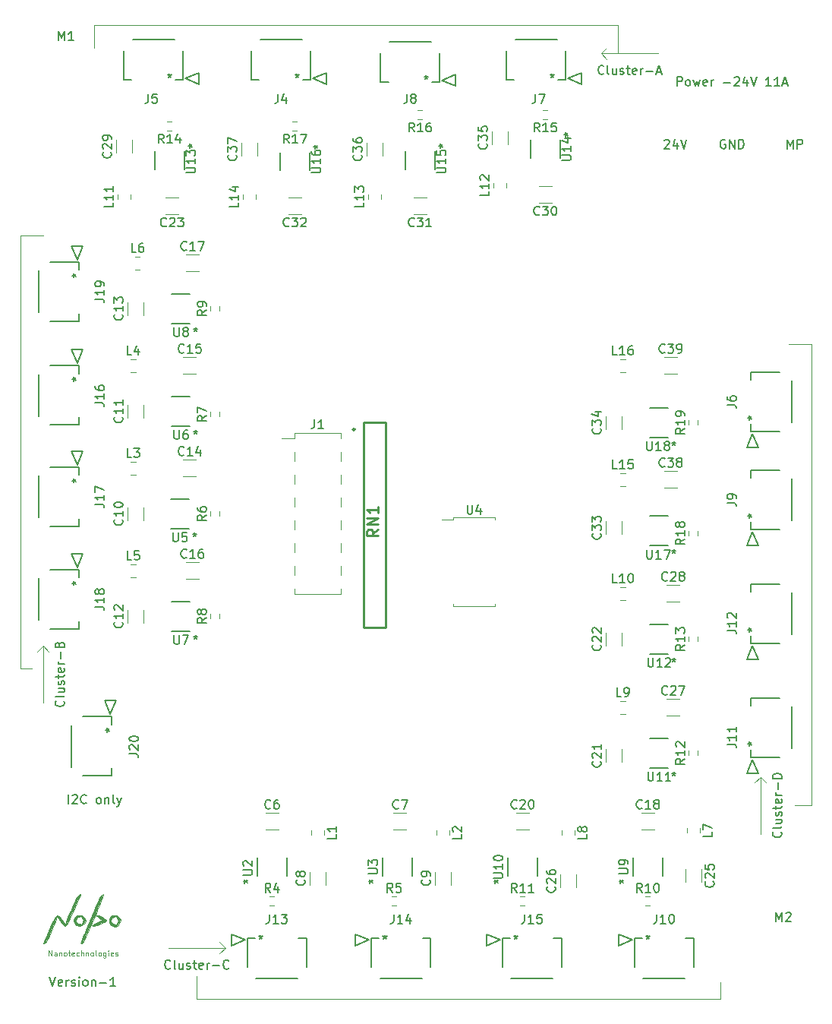
<source format=gbr>
%TF.GenerationSoftware,KiCad,Pcbnew,(5.1.9)-1*%
%TF.CreationDate,2021-03-29T16:21:42+05:30*%
%TF.ProjectId,LightStage,4c696768-7453-4746-9167-652e6b696361,rev?*%
%TF.SameCoordinates,Original*%
%TF.FileFunction,Legend,Top*%
%TF.FilePolarity,Positive*%
%FSLAX46Y46*%
G04 Gerber Fmt 4.6, Leading zero omitted, Abs format (unit mm)*
G04 Created by KiCad (PCBNEW (5.1.9)-1) date 2021-03-29 16:21:42*
%MOMM*%
%LPD*%
G01*
G04 APERTURE LIST*
%ADD10C,0.150000*%
%ADD11C,0.100000*%
%ADD12C,0.120000*%
%ADD13C,0.010000*%
%ADD14C,0.152400*%
%ADD15C,0.254000*%
G04 APERTURE END LIST*
D10*
X34385714Y-147407380D02*
X34719047Y-148407380D01*
X35052380Y-147407380D01*
X35766666Y-148359761D02*
X35671428Y-148407380D01*
X35480952Y-148407380D01*
X35385714Y-148359761D01*
X35338095Y-148264523D01*
X35338095Y-147883571D01*
X35385714Y-147788333D01*
X35480952Y-147740714D01*
X35671428Y-147740714D01*
X35766666Y-147788333D01*
X35814285Y-147883571D01*
X35814285Y-147978809D01*
X35338095Y-148074047D01*
X36242857Y-148407380D02*
X36242857Y-147740714D01*
X36242857Y-147931190D02*
X36290476Y-147835952D01*
X36338095Y-147788333D01*
X36433333Y-147740714D01*
X36528571Y-147740714D01*
X36814285Y-148359761D02*
X36909523Y-148407380D01*
X37100000Y-148407380D01*
X37195238Y-148359761D01*
X37242857Y-148264523D01*
X37242857Y-148216904D01*
X37195238Y-148121666D01*
X37100000Y-148074047D01*
X36957142Y-148074047D01*
X36861904Y-148026428D01*
X36814285Y-147931190D01*
X36814285Y-147883571D01*
X36861904Y-147788333D01*
X36957142Y-147740714D01*
X37100000Y-147740714D01*
X37195238Y-147788333D01*
X37671428Y-148407380D02*
X37671428Y-147740714D01*
X37671428Y-147407380D02*
X37623809Y-147455000D01*
X37671428Y-147502619D01*
X37719047Y-147455000D01*
X37671428Y-147407380D01*
X37671428Y-147502619D01*
X38290476Y-148407380D02*
X38195238Y-148359761D01*
X38147619Y-148312142D01*
X38100000Y-148216904D01*
X38100000Y-147931190D01*
X38147619Y-147835952D01*
X38195238Y-147788333D01*
X38290476Y-147740714D01*
X38433333Y-147740714D01*
X38528571Y-147788333D01*
X38576190Y-147835952D01*
X38623809Y-147931190D01*
X38623809Y-148216904D01*
X38576190Y-148312142D01*
X38528571Y-148359761D01*
X38433333Y-148407380D01*
X38290476Y-148407380D01*
X39052380Y-147740714D02*
X39052380Y-148407380D01*
X39052380Y-147835952D02*
X39100000Y-147788333D01*
X39195238Y-147740714D01*
X39338095Y-147740714D01*
X39433333Y-147788333D01*
X39480952Y-147883571D01*
X39480952Y-148407380D01*
X39957142Y-148026428D02*
X40719047Y-148026428D01*
X41719047Y-148407380D02*
X41147619Y-148407380D01*
X41433333Y-148407380D02*
X41433333Y-147407380D01*
X41338095Y-147550238D01*
X41242857Y-147645476D01*
X41147619Y-147693095D01*
D11*
X34271428Y-145051428D02*
X34271428Y-144451428D01*
X34614285Y-145051428D01*
X34614285Y-144451428D01*
X35157142Y-145051428D02*
X35157142Y-144737142D01*
X35128571Y-144680000D01*
X35071428Y-144651428D01*
X34957142Y-144651428D01*
X34900000Y-144680000D01*
X35157142Y-145022857D02*
X35100000Y-145051428D01*
X34957142Y-145051428D01*
X34900000Y-145022857D01*
X34871428Y-144965714D01*
X34871428Y-144908571D01*
X34900000Y-144851428D01*
X34957142Y-144822857D01*
X35100000Y-144822857D01*
X35157142Y-144794285D01*
X35442857Y-144651428D02*
X35442857Y-145051428D01*
X35442857Y-144708571D02*
X35471428Y-144680000D01*
X35528571Y-144651428D01*
X35614285Y-144651428D01*
X35671428Y-144680000D01*
X35700000Y-144737142D01*
X35700000Y-145051428D01*
X36071428Y-145051428D02*
X36014285Y-145022857D01*
X35985714Y-144994285D01*
X35957142Y-144937142D01*
X35957142Y-144765714D01*
X35985714Y-144708571D01*
X36014285Y-144680000D01*
X36071428Y-144651428D01*
X36157142Y-144651428D01*
X36214285Y-144680000D01*
X36242857Y-144708571D01*
X36271428Y-144765714D01*
X36271428Y-144937142D01*
X36242857Y-144994285D01*
X36214285Y-145022857D01*
X36157142Y-145051428D01*
X36071428Y-145051428D01*
X36442857Y-144651428D02*
X36671428Y-144651428D01*
X36528571Y-144451428D02*
X36528571Y-144965714D01*
X36557142Y-145022857D01*
X36614285Y-145051428D01*
X36671428Y-145051428D01*
X37100000Y-145022857D02*
X37042857Y-145051428D01*
X36928571Y-145051428D01*
X36871428Y-145022857D01*
X36842857Y-144965714D01*
X36842857Y-144737142D01*
X36871428Y-144680000D01*
X36928571Y-144651428D01*
X37042857Y-144651428D01*
X37100000Y-144680000D01*
X37128571Y-144737142D01*
X37128571Y-144794285D01*
X36842857Y-144851428D01*
X37642857Y-145022857D02*
X37585714Y-145051428D01*
X37471428Y-145051428D01*
X37414285Y-145022857D01*
X37385714Y-144994285D01*
X37357142Y-144937142D01*
X37357142Y-144765714D01*
X37385714Y-144708571D01*
X37414285Y-144680000D01*
X37471428Y-144651428D01*
X37585714Y-144651428D01*
X37642857Y-144680000D01*
X37899999Y-145051428D02*
X37899999Y-144451428D01*
X38157142Y-145051428D02*
X38157142Y-144737142D01*
X38128571Y-144680000D01*
X38071428Y-144651428D01*
X37985714Y-144651428D01*
X37928571Y-144680000D01*
X37899999Y-144708571D01*
X38442857Y-144651428D02*
X38442857Y-145051428D01*
X38442857Y-144708571D02*
X38471428Y-144680000D01*
X38528571Y-144651428D01*
X38614285Y-144651428D01*
X38671428Y-144680000D01*
X38700000Y-144737142D01*
X38700000Y-145051428D01*
X39071428Y-145051428D02*
X39014285Y-145022857D01*
X38985714Y-144994285D01*
X38957142Y-144937142D01*
X38957142Y-144765714D01*
X38985714Y-144708571D01*
X39014285Y-144680000D01*
X39071428Y-144651428D01*
X39157142Y-144651428D01*
X39214285Y-144680000D01*
X39242857Y-144708571D01*
X39271428Y-144765714D01*
X39271428Y-144937142D01*
X39242857Y-144994285D01*
X39214285Y-145022857D01*
X39157142Y-145051428D01*
X39071428Y-145051428D01*
X39614285Y-145051428D02*
X39557142Y-145022857D01*
X39528571Y-144965714D01*
X39528571Y-144451428D01*
X39928571Y-145051428D02*
X39871428Y-145022857D01*
X39842857Y-144994285D01*
X39814285Y-144937142D01*
X39814285Y-144765714D01*
X39842857Y-144708571D01*
X39871428Y-144680000D01*
X39928571Y-144651428D01*
X40014285Y-144651428D01*
X40071428Y-144680000D01*
X40100000Y-144708571D01*
X40128571Y-144765714D01*
X40128571Y-144937142D01*
X40100000Y-144994285D01*
X40071428Y-145022857D01*
X40014285Y-145051428D01*
X39928571Y-145051428D01*
X40642857Y-144651428D02*
X40642857Y-145137142D01*
X40614285Y-145194285D01*
X40585714Y-145222857D01*
X40528571Y-145251428D01*
X40442857Y-145251428D01*
X40385714Y-145222857D01*
X40642857Y-145022857D02*
X40585714Y-145051428D01*
X40471428Y-145051428D01*
X40414285Y-145022857D01*
X40385714Y-144994285D01*
X40357142Y-144937142D01*
X40357142Y-144765714D01*
X40385714Y-144708571D01*
X40414285Y-144680000D01*
X40471428Y-144651428D01*
X40585714Y-144651428D01*
X40642857Y-144680000D01*
X40928571Y-145051428D02*
X40928571Y-144651428D01*
X40928571Y-144451428D02*
X40900000Y-144480000D01*
X40928571Y-144508571D01*
X40957142Y-144480000D01*
X40928571Y-144451428D01*
X40928571Y-144508571D01*
X41442857Y-145022857D02*
X41385714Y-145051428D01*
X41271428Y-145051428D01*
X41214285Y-145022857D01*
X41185714Y-144965714D01*
X41185714Y-144737142D01*
X41214285Y-144680000D01*
X41271428Y-144651428D01*
X41385714Y-144651428D01*
X41442857Y-144680000D01*
X41471428Y-144737142D01*
X41471428Y-144794285D01*
X41185714Y-144851428D01*
X41700000Y-145022857D02*
X41757142Y-145051428D01*
X41871428Y-145051428D01*
X41928571Y-145022857D01*
X41957142Y-144965714D01*
X41957142Y-144937142D01*
X41928571Y-144880000D01*
X41871428Y-144851428D01*
X41785714Y-144851428D01*
X41728571Y-144822857D01*
X41700000Y-144765714D01*
X41700000Y-144737142D01*
X41728571Y-144680000D01*
X41785714Y-144651428D01*
X41871428Y-144651428D01*
X41928571Y-144680000D01*
D10*
X116641666Y-55062380D02*
X116641666Y-54062380D01*
X116975000Y-54776666D01*
X117308333Y-54062380D01*
X117308333Y-55062380D01*
X117784523Y-55062380D02*
X117784523Y-54062380D01*
X118165476Y-54062380D01*
X118260714Y-54110000D01*
X118308333Y-54157619D01*
X118355952Y-54252857D01*
X118355952Y-54395714D01*
X118308333Y-54490952D01*
X118260714Y-54538571D01*
X118165476Y-54586190D01*
X117784523Y-54586190D01*
X109728095Y-54110000D02*
X109632857Y-54062380D01*
X109490000Y-54062380D01*
X109347142Y-54110000D01*
X109251904Y-54205238D01*
X109204285Y-54300476D01*
X109156666Y-54490952D01*
X109156666Y-54633809D01*
X109204285Y-54824285D01*
X109251904Y-54919523D01*
X109347142Y-55014761D01*
X109490000Y-55062380D01*
X109585238Y-55062380D01*
X109728095Y-55014761D01*
X109775714Y-54967142D01*
X109775714Y-54633809D01*
X109585238Y-54633809D01*
X110204285Y-55062380D02*
X110204285Y-54062380D01*
X110775714Y-55062380D01*
X110775714Y-54062380D01*
X111251904Y-55062380D02*
X111251904Y-54062380D01*
X111490000Y-54062380D01*
X111632857Y-54110000D01*
X111728095Y-54205238D01*
X111775714Y-54300476D01*
X111823333Y-54490952D01*
X111823333Y-54633809D01*
X111775714Y-54824285D01*
X111728095Y-54919523D01*
X111632857Y-55014761D01*
X111490000Y-55062380D01*
X111251904Y-55062380D01*
X102949523Y-54157619D02*
X102997142Y-54110000D01*
X103092380Y-54062380D01*
X103330476Y-54062380D01*
X103425714Y-54110000D01*
X103473333Y-54157619D01*
X103520952Y-54252857D01*
X103520952Y-54348095D01*
X103473333Y-54490952D01*
X102901904Y-55062380D01*
X103520952Y-55062380D01*
X104378095Y-54395714D02*
X104378095Y-55062380D01*
X104140000Y-54014761D02*
X103901904Y-54729047D01*
X104520952Y-54729047D01*
X104759047Y-54062380D02*
X105092380Y-55062380D01*
X105425714Y-54062380D01*
X104370952Y-48077380D02*
X104370952Y-47077380D01*
X104751904Y-47077380D01*
X104847142Y-47125000D01*
X104894761Y-47172619D01*
X104942380Y-47267857D01*
X104942380Y-47410714D01*
X104894761Y-47505952D01*
X104847142Y-47553571D01*
X104751904Y-47601190D01*
X104370952Y-47601190D01*
X105513809Y-48077380D02*
X105418571Y-48029761D01*
X105370952Y-47982142D01*
X105323333Y-47886904D01*
X105323333Y-47601190D01*
X105370952Y-47505952D01*
X105418571Y-47458333D01*
X105513809Y-47410714D01*
X105656666Y-47410714D01*
X105751904Y-47458333D01*
X105799523Y-47505952D01*
X105847142Y-47601190D01*
X105847142Y-47886904D01*
X105799523Y-47982142D01*
X105751904Y-48029761D01*
X105656666Y-48077380D01*
X105513809Y-48077380D01*
X106180476Y-47410714D02*
X106370952Y-48077380D01*
X106561428Y-47601190D01*
X106751904Y-48077380D01*
X106942380Y-47410714D01*
X107704285Y-48029761D02*
X107609047Y-48077380D01*
X107418571Y-48077380D01*
X107323333Y-48029761D01*
X107275714Y-47934523D01*
X107275714Y-47553571D01*
X107323333Y-47458333D01*
X107418571Y-47410714D01*
X107609047Y-47410714D01*
X107704285Y-47458333D01*
X107751904Y-47553571D01*
X107751904Y-47648809D01*
X107275714Y-47744047D01*
X108180476Y-48077380D02*
X108180476Y-47410714D01*
X108180476Y-47601190D02*
X108228095Y-47505952D01*
X108275714Y-47458333D01*
X108370952Y-47410714D01*
X108466190Y-47410714D01*
X109561428Y-47696428D02*
X110323333Y-47696428D01*
X110751904Y-47172619D02*
X110799523Y-47125000D01*
X110894761Y-47077380D01*
X111132857Y-47077380D01*
X111228095Y-47125000D01*
X111275714Y-47172619D01*
X111323333Y-47267857D01*
X111323333Y-47363095D01*
X111275714Y-47505952D01*
X110704285Y-48077380D01*
X111323333Y-48077380D01*
X112180476Y-47410714D02*
X112180476Y-48077380D01*
X111942380Y-47029761D02*
X111704285Y-47744047D01*
X112323333Y-47744047D01*
X112561428Y-47077380D02*
X112894761Y-48077380D01*
X113228095Y-47077380D01*
X114847142Y-48077380D02*
X114275714Y-48077380D01*
X114561428Y-48077380D02*
X114561428Y-47077380D01*
X114466190Y-47220238D01*
X114370952Y-47315476D01*
X114275714Y-47363095D01*
X115799523Y-48077380D02*
X115228095Y-48077380D01*
X115513809Y-48077380D02*
X115513809Y-47077380D01*
X115418571Y-47220238D01*
X115323333Y-47315476D01*
X115228095Y-47363095D01*
X116180476Y-47791666D02*
X116656666Y-47791666D01*
X116085238Y-48077380D02*
X116418571Y-47077380D01*
X116751904Y-48077380D01*
D12*
X31115000Y-64770000D02*
X33655000Y-64770000D01*
X31115000Y-113030000D02*
X31115000Y-64770000D01*
X32385000Y-113030000D02*
X31115000Y-113030000D01*
X97790000Y-41275000D02*
X97790000Y-44450000D01*
X39370000Y-41275000D02*
X97790000Y-41275000D01*
X39370000Y-43815000D02*
X39370000Y-41275000D01*
X119380000Y-76835000D02*
X116840000Y-76835000D01*
X119380000Y-128270000D02*
X119380000Y-76835000D01*
X117475000Y-128270000D02*
X119380000Y-128270000D01*
X109220000Y-149860000D02*
X109220000Y-147955000D01*
X50800000Y-149860000D02*
X109220000Y-149860000D01*
X50800000Y-147320000D02*
X50800000Y-149860000D01*
D10*
X35917142Y-116617380D02*
X35964761Y-116665000D01*
X36012380Y-116807857D01*
X36012380Y-116903095D01*
X35964761Y-117045952D01*
X35869523Y-117141190D01*
X35774285Y-117188809D01*
X35583809Y-117236428D01*
X35440952Y-117236428D01*
X35250476Y-117188809D01*
X35155238Y-117141190D01*
X35060000Y-117045952D01*
X35012380Y-116903095D01*
X35012380Y-116807857D01*
X35060000Y-116665000D01*
X35107619Y-116617380D01*
X36012380Y-116045952D02*
X35964761Y-116141190D01*
X35869523Y-116188809D01*
X35012380Y-116188809D01*
X35345714Y-115236428D02*
X36012380Y-115236428D01*
X35345714Y-115665000D02*
X35869523Y-115665000D01*
X35964761Y-115617380D01*
X36012380Y-115522142D01*
X36012380Y-115379285D01*
X35964761Y-115284047D01*
X35917142Y-115236428D01*
X35964761Y-114807857D02*
X36012380Y-114712619D01*
X36012380Y-114522142D01*
X35964761Y-114426904D01*
X35869523Y-114379285D01*
X35821904Y-114379285D01*
X35726666Y-114426904D01*
X35679047Y-114522142D01*
X35679047Y-114665000D01*
X35631428Y-114760238D01*
X35536190Y-114807857D01*
X35488571Y-114807857D01*
X35393333Y-114760238D01*
X35345714Y-114665000D01*
X35345714Y-114522142D01*
X35393333Y-114426904D01*
X35345714Y-114093571D02*
X35345714Y-113712619D01*
X35012380Y-113950714D02*
X35869523Y-113950714D01*
X35964761Y-113903095D01*
X36012380Y-113807857D01*
X36012380Y-113712619D01*
X35964761Y-112998333D02*
X36012380Y-113093571D01*
X36012380Y-113284047D01*
X35964761Y-113379285D01*
X35869523Y-113426904D01*
X35488571Y-113426904D01*
X35393333Y-113379285D01*
X35345714Y-113284047D01*
X35345714Y-113093571D01*
X35393333Y-112998333D01*
X35488571Y-112950714D01*
X35583809Y-112950714D01*
X35679047Y-113426904D01*
X36012380Y-112522142D02*
X35345714Y-112522142D01*
X35536190Y-112522142D02*
X35440952Y-112474523D01*
X35393333Y-112426904D01*
X35345714Y-112331666D01*
X35345714Y-112236428D01*
X35631428Y-111903095D02*
X35631428Y-111141190D01*
X35488571Y-110331666D02*
X35536190Y-110188809D01*
X35583809Y-110141190D01*
X35679047Y-110093571D01*
X35821904Y-110093571D01*
X35917142Y-110141190D01*
X35964761Y-110188809D01*
X36012380Y-110284047D01*
X36012380Y-110665000D01*
X35012380Y-110665000D01*
X35012380Y-110331666D01*
X35060000Y-110236428D01*
X35107619Y-110188809D01*
X35202857Y-110141190D01*
X35298095Y-110141190D01*
X35393333Y-110188809D01*
X35440952Y-110236428D01*
X35488571Y-110331666D01*
X35488571Y-110665000D01*
D12*
X33655000Y-116840000D02*
X33655000Y-110490000D01*
X33655000Y-110490000D02*
X33020000Y-111125000D01*
X33655000Y-110490000D02*
X34290000Y-111125000D01*
D10*
X115927142Y-131222380D02*
X115974761Y-131270000D01*
X116022380Y-131412857D01*
X116022380Y-131508095D01*
X115974761Y-131650952D01*
X115879523Y-131746190D01*
X115784285Y-131793809D01*
X115593809Y-131841428D01*
X115450952Y-131841428D01*
X115260476Y-131793809D01*
X115165238Y-131746190D01*
X115070000Y-131650952D01*
X115022380Y-131508095D01*
X115022380Y-131412857D01*
X115070000Y-131270000D01*
X115117619Y-131222380D01*
X116022380Y-130650952D02*
X115974761Y-130746190D01*
X115879523Y-130793809D01*
X115022380Y-130793809D01*
X115355714Y-129841428D02*
X116022380Y-129841428D01*
X115355714Y-130270000D02*
X115879523Y-130270000D01*
X115974761Y-130222380D01*
X116022380Y-130127142D01*
X116022380Y-129984285D01*
X115974761Y-129889047D01*
X115927142Y-129841428D01*
X115974761Y-129412857D02*
X116022380Y-129317619D01*
X116022380Y-129127142D01*
X115974761Y-129031904D01*
X115879523Y-128984285D01*
X115831904Y-128984285D01*
X115736666Y-129031904D01*
X115689047Y-129127142D01*
X115689047Y-129270000D01*
X115641428Y-129365238D01*
X115546190Y-129412857D01*
X115498571Y-129412857D01*
X115403333Y-129365238D01*
X115355714Y-129270000D01*
X115355714Y-129127142D01*
X115403333Y-129031904D01*
X115355714Y-128698571D02*
X115355714Y-128317619D01*
X115022380Y-128555714D02*
X115879523Y-128555714D01*
X115974761Y-128508095D01*
X116022380Y-128412857D01*
X116022380Y-128317619D01*
X115974761Y-127603333D02*
X116022380Y-127698571D01*
X116022380Y-127889047D01*
X115974761Y-127984285D01*
X115879523Y-128031904D01*
X115498571Y-128031904D01*
X115403333Y-127984285D01*
X115355714Y-127889047D01*
X115355714Y-127698571D01*
X115403333Y-127603333D01*
X115498571Y-127555714D01*
X115593809Y-127555714D01*
X115689047Y-128031904D01*
X116022380Y-127127142D02*
X115355714Y-127127142D01*
X115546190Y-127127142D02*
X115450952Y-127079523D01*
X115403333Y-127031904D01*
X115355714Y-126936666D01*
X115355714Y-126841428D01*
X115641428Y-126508095D02*
X115641428Y-125746190D01*
X116022380Y-125270000D02*
X115022380Y-125270000D01*
X115022380Y-125031904D01*
X115070000Y-124889047D01*
X115165238Y-124793809D01*
X115260476Y-124746190D01*
X115450952Y-124698571D01*
X115593809Y-124698571D01*
X115784285Y-124746190D01*
X115879523Y-124793809D01*
X115974761Y-124889047D01*
X116022380Y-125031904D01*
X116022380Y-125270000D01*
D12*
X113665000Y-131445000D02*
X113665000Y-125095000D01*
X113665000Y-125095000D02*
X113030000Y-125730000D01*
X113665000Y-125095000D02*
X114300000Y-125730000D01*
D10*
X47847619Y-146407142D02*
X47800000Y-146454761D01*
X47657142Y-146502380D01*
X47561904Y-146502380D01*
X47419047Y-146454761D01*
X47323809Y-146359523D01*
X47276190Y-146264285D01*
X47228571Y-146073809D01*
X47228571Y-145930952D01*
X47276190Y-145740476D01*
X47323809Y-145645238D01*
X47419047Y-145550000D01*
X47561904Y-145502380D01*
X47657142Y-145502380D01*
X47800000Y-145550000D01*
X47847619Y-145597619D01*
X48419047Y-146502380D02*
X48323809Y-146454761D01*
X48276190Y-146359523D01*
X48276190Y-145502380D01*
X49228571Y-145835714D02*
X49228571Y-146502380D01*
X48800000Y-145835714D02*
X48800000Y-146359523D01*
X48847619Y-146454761D01*
X48942857Y-146502380D01*
X49085714Y-146502380D01*
X49180952Y-146454761D01*
X49228571Y-146407142D01*
X49657142Y-146454761D02*
X49752380Y-146502380D01*
X49942857Y-146502380D01*
X50038095Y-146454761D01*
X50085714Y-146359523D01*
X50085714Y-146311904D01*
X50038095Y-146216666D01*
X49942857Y-146169047D01*
X49800000Y-146169047D01*
X49704761Y-146121428D01*
X49657142Y-146026190D01*
X49657142Y-145978571D01*
X49704761Y-145883333D01*
X49800000Y-145835714D01*
X49942857Y-145835714D01*
X50038095Y-145883333D01*
X50371428Y-145835714D02*
X50752380Y-145835714D01*
X50514285Y-145502380D02*
X50514285Y-146359523D01*
X50561904Y-146454761D01*
X50657142Y-146502380D01*
X50752380Y-146502380D01*
X51466666Y-146454761D02*
X51371428Y-146502380D01*
X51180952Y-146502380D01*
X51085714Y-146454761D01*
X51038095Y-146359523D01*
X51038095Y-145978571D01*
X51085714Y-145883333D01*
X51180952Y-145835714D01*
X51371428Y-145835714D01*
X51466666Y-145883333D01*
X51514285Y-145978571D01*
X51514285Y-146073809D01*
X51038095Y-146169047D01*
X51942857Y-146502380D02*
X51942857Y-145835714D01*
X51942857Y-146026190D02*
X51990476Y-145930952D01*
X52038095Y-145883333D01*
X52133333Y-145835714D01*
X52228571Y-145835714D01*
X52561904Y-146121428D02*
X53323809Y-146121428D01*
X54371428Y-146407142D02*
X54323809Y-146454761D01*
X54180952Y-146502380D01*
X54085714Y-146502380D01*
X53942857Y-146454761D01*
X53847619Y-146359523D01*
X53800000Y-146264285D01*
X53752380Y-146073809D01*
X53752380Y-145930952D01*
X53800000Y-145740476D01*
X53847619Y-145645238D01*
X53942857Y-145550000D01*
X54085714Y-145502380D01*
X54180952Y-145502380D01*
X54323809Y-145550000D01*
X54371428Y-145597619D01*
D12*
X47625000Y-144145000D02*
X53975000Y-144145000D01*
X53975000Y-144145000D02*
X53340000Y-143510000D01*
X53975000Y-144145000D02*
X53340000Y-144780000D01*
X95885000Y-44450000D02*
X96520000Y-43815000D01*
X95885000Y-44450000D02*
X96520000Y-45085000D01*
X102235000Y-44450000D02*
X95885000Y-44450000D01*
D10*
X96179047Y-46712142D02*
X96131428Y-46759761D01*
X95988571Y-46807380D01*
X95893333Y-46807380D01*
X95750476Y-46759761D01*
X95655238Y-46664523D01*
X95607619Y-46569285D01*
X95560000Y-46378809D01*
X95560000Y-46235952D01*
X95607619Y-46045476D01*
X95655238Y-45950238D01*
X95750476Y-45855000D01*
X95893333Y-45807380D01*
X95988571Y-45807380D01*
X96131428Y-45855000D01*
X96179047Y-45902619D01*
X96750476Y-46807380D02*
X96655238Y-46759761D01*
X96607619Y-46664523D01*
X96607619Y-45807380D01*
X97560000Y-46140714D02*
X97560000Y-46807380D01*
X97131428Y-46140714D02*
X97131428Y-46664523D01*
X97179047Y-46759761D01*
X97274285Y-46807380D01*
X97417142Y-46807380D01*
X97512380Y-46759761D01*
X97560000Y-46712142D01*
X97988571Y-46759761D02*
X98083809Y-46807380D01*
X98274285Y-46807380D01*
X98369523Y-46759761D01*
X98417142Y-46664523D01*
X98417142Y-46616904D01*
X98369523Y-46521666D01*
X98274285Y-46474047D01*
X98131428Y-46474047D01*
X98036190Y-46426428D01*
X97988571Y-46331190D01*
X97988571Y-46283571D01*
X98036190Y-46188333D01*
X98131428Y-46140714D01*
X98274285Y-46140714D01*
X98369523Y-46188333D01*
X98702857Y-46140714D02*
X99083809Y-46140714D01*
X98845714Y-45807380D02*
X98845714Y-46664523D01*
X98893333Y-46759761D01*
X98988571Y-46807380D01*
X99083809Y-46807380D01*
X99798095Y-46759761D02*
X99702857Y-46807380D01*
X99512380Y-46807380D01*
X99417142Y-46759761D01*
X99369523Y-46664523D01*
X99369523Y-46283571D01*
X99417142Y-46188333D01*
X99512380Y-46140714D01*
X99702857Y-46140714D01*
X99798095Y-46188333D01*
X99845714Y-46283571D01*
X99845714Y-46378809D01*
X99369523Y-46474047D01*
X100274285Y-46807380D02*
X100274285Y-46140714D01*
X100274285Y-46331190D02*
X100321904Y-46235952D01*
X100369523Y-46188333D01*
X100464761Y-46140714D01*
X100560000Y-46140714D01*
X100893333Y-46426428D02*
X101655238Y-46426428D01*
X102083809Y-46521666D02*
X102560000Y-46521666D01*
X101988571Y-46807380D02*
X102321904Y-45807380D01*
X102655238Y-46807380D01*
X36465238Y-128087380D02*
X36465238Y-127087380D01*
X36893809Y-127182619D02*
X36941428Y-127135000D01*
X37036666Y-127087380D01*
X37274761Y-127087380D01*
X37370000Y-127135000D01*
X37417619Y-127182619D01*
X37465238Y-127277857D01*
X37465238Y-127373095D01*
X37417619Y-127515952D01*
X36846190Y-128087380D01*
X37465238Y-128087380D01*
X38465238Y-127992142D02*
X38417619Y-128039761D01*
X38274761Y-128087380D01*
X38179523Y-128087380D01*
X38036666Y-128039761D01*
X37941428Y-127944523D01*
X37893809Y-127849285D01*
X37846190Y-127658809D01*
X37846190Y-127515952D01*
X37893809Y-127325476D01*
X37941428Y-127230238D01*
X38036666Y-127135000D01*
X38179523Y-127087380D01*
X38274761Y-127087380D01*
X38417619Y-127135000D01*
X38465238Y-127182619D01*
X39798571Y-128087380D02*
X39703333Y-128039761D01*
X39655714Y-127992142D01*
X39608095Y-127896904D01*
X39608095Y-127611190D01*
X39655714Y-127515952D01*
X39703333Y-127468333D01*
X39798571Y-127420714D01*
X39941428Y-127420714D01*
X40036666Y-127468333D01*
X40084285Y-127515952D01*
X40131904Y-127611190D01*
X40131904Y-127896904D01*
X40084285Y-127992142D01*
X40036666Y-128039761D01*
X39941428Y-128087380D01*
X39798571Y-128087380D01*
X40560476Y-127420714D02*
X40560476Y-128087380D01*
X40560476Y-127515952D02*
X40608095Y-127468333D01*
X40703333Y-127420714D01*
X40846190Y-127420714D01*
X40941428Y-127468333D01*
X40989047Y-127563571D01*
X40989047Y-128087380D01*
X41608095Y-128087380D02*
X41512857Y-128039761D01*
X41465238Y-127944523D01*
X41465238Y-127087380D01*
X41893809Y-127420714D02*
X42131904Y-128087380D01*
X42370000Y-127420714D02*
X42131904Y-128087380D01*
X42036666Y-128325476D01*
X41989047Y-128373095D01*
X41893809Y-128420714D01*
D13*
%TO.C,*%
G36*
X35093462Y-140659691D02*
G01*
X35109956Y-140779500D01*
X35089264Y-140934550D01*
X35006054Y-141206914D01*
X34874903Y-141563137D01*
X34710387Y-141969767D01*
X34527083Y-142393351D01*
X34339568Y-142800437D01*
X34162418Y-143157572D01*
X34010211Y-143431303D01*
X33897522Y-143588177D01*
X33879280Y-143603828D01*
X33744956Y-143679802D01*
X33702735Y-143642515D01*
X33702661Y-143620634D01*
X33737370Y-143511606D01*
X33830799Y-143274180D01*
X33972127Y-142934354D01*
X34150532Y-142518123D01*
X34355194Y-142051486D01*
X34365462Y-142028333D01*
X34621062Y-141457562D01*
X34823443Y-141032135D01*
X34986943Y-140742119D01*
X35096968Y-140611843D01*
X35093462Y-140659691D01*
G37*
X35093462Y-140659691D02*
X35109956Y-140779500D01*
X35089264Y-140934550D01*
X35006054Y-141206914D01*
X34874903Y-141563137D01*
X34710387Y-141969767D01*
X34527083Y-142393351D01*
X34339568Y-142800437D01*
X34162418Y-143157572D01*
X34010211Y-143431303D01*
X33897522Y-143588177D01*
X33879280Y-143603828D01*
X33744956Y-143679802D01*
X33702735Y-143642515D01*
X33702661Y-143620634D01*
X33737370Y-143511606D01*
X33830799Y-143274180D01*
X33972127Y-142934354D01*
X34150532Y-142518123D01*
X34355194Y-142051486D01*
X34365462Y-142028333D01*
X34621062Y-141457562D01*
X34823443Y-141032135D01*
X34986943Y-140742119D01*
X35096968Y-140611843D01*
X35093462Y-140659691D01*
G36*
X37796202Y-138246143D02*
G01*
X37714506Y-138455880D01*
X37585895Y-138765219D01*
X37422372Y-139147080D01*
X37235943Y-139574381D01*
X37038610Y-140020040D01*
X36842377Y-140456978D01*
X36659249Y-140858112D01*
X36501230Y-141196361D01*
X36380323Y-141444644D01*
X36308533Y-141575879D01*
X36302712Y-141583833D01*
X36158291Y-141685026D01*
X35987949Y-141650542D01*
X35779196Y-141473337D01*
X35519540Y-141146368D01*
X35514512Y-141139333D01*
X35328926Y-140883017D01*
X35184306Y-140690336D01*
X35108648Y-140598013D01*
X35125900Y-140577586D01*
X35254654Y-140528603D01*
X35387541Y-140585242D01*
X35538900Y-140737570D01*
X35723070Y-140975659D01*
X35777891Y-141050102D01*
X35968093Y-141306344D01*
X36115710Y-141499941D01*
X36196045Y-141598684D01*
X36203403Y-141605000D01*
X36201023Y-141537052D01*
X36183191Y-141456833D01*
X36203929Y-141327950D01*
X36287288Y-141077640D01*
X36419859Y-140735777D01*
X36588234Y-140332241D01*
X36779002Y-139896906D01*
X36978755Y-139459649D01*
X37174083Y-139050348D01*
X37351577Y-138698878D01*
X37497828Y-138435117D01*
X37599427Y-138288941D01*
X37609142Y-138279716D01*
X37748214Y-138180859D01*
X37818979Y-138163091D01*
X37796202Y-138246143D01*
G37*
X37796202Y-138246143D02*
X37714506Y-138455880D01*
X37585895Y-138765219D01*
X37422372Y-139147080D01*
X37235943Y-139574381D01*
X37038610Y-140020040D01*
X36842377Y-140456978D01*
X36659249Y-140858112D01*
X36501230Y-141196361D01*
X36380323Y-141444644D01*
X36308533Y-141575879D01*
X36302712Y-141583833D01*
X36158291Y-141685026D01*
X35987949Y-141650542D01*
X35779196Y-141473337D01*
X35519540Y-141146368D01*
X35514512Y-141139333D01*
X35328926Y-140883017D01*
X35184306Y-140690336D01*
X35108648Y-140598013D01*
X35125900Y-140577586D01*
X35254654Y-140528603D01*
X35387541Y-140585242D01*
X35538900Y-140737570D01*
X35723070Y-140975659D01*
X35777891Y-141050102D01*
X35968093Y-141306344D01*
X36115710Y-141499941D01*
X36196045Y-141598684D01*
X36203403Y-141605000D01*
X36201023Y-141537052D01*
X36183191Y-141456833D01*
X36203929Y-141327950D01*
X36287288Y-141077640D01*
X36419859Y-140735777D01*
X36588234Y-140332241D01*
X36779002Y-139896906D01*
X36978755Y-139459649D01*
X37174083Y-139050348D01*
X37351577Y-138698878D01*
X37497828Y-138435117D01*
X37599427Y-138288941D01*
X37609142Y-138279716D01*
X37748214Y-138180859D01*
X37818979Y-138163091D01*
X37796202Y-138246143D01*
G36*
X40369055Y-138173166D02*
G01*
X40351140Y-138261644D01*
X40274279Y-138483172D01*
X40147709Y-138815800D01*
X39980666Y-139237577D01*
X39782387Y-139726555D01*
X39562107Y-140260782D01*
X39329064Y-140818309D01*
X39092494Y-141377185D01*
X38861633Y-141915461D01*
X38645717Y-142411187D01*
X38453984Y-142842412D01*
X38295668Y-143187187D01*
X38180007Y-143423560D01*
X38116237Y-143529584D01*
X38114458Y-143531166D01*
X37952722Y-143625994D01*
X37856913Y-143614285D01*
X37846000Y-143574793D01*
X37877684Y-143484444D01*
X37967566Y-143257023D01*
X38107891Y-142911420D01*
X38290905Y-142466526D01*
X38508853Y-141941229D01*
X38753979Y-141354420D01*
X38914817Y-140971293D01*
X39255461Y-140169980D01*
X39541367Y-139517565D01*
X39777505Y-139004488D01*
X39968844Y-138621188D01*
X40120351Y-138358106D01*
X40236995Y-138205681D01*
X40323746Y-138154354D01*
X40369055Y-138173166D01*
G37*
X40369055Y-138173166D02*
X40351140Y-138261644D01*
X40274279Y-138483172D01*
X40147709Y-138815800D01*
X39980666Y-139237577D01*
X39782387Y-139726555D01*
X39562107Y-140260782D01*
X39329064Y-140818309D01*
X39092494Y-141377185D01*
X38861633Y-141915461D01*
X38645717Y-142411187D01*
X38453984Y-142842412D01*
X38295668Y-143187187D01*
X38180007Y-143423560D01*
X38116237Y-143529584D01*
X38114458Y-143531166D01*
X37952722Y-143625994D01*
X37856913Y-143614285D01*
X37846000Y-143574793D01*
X37877684Y-143484444D01*
X37967566Y-143257023D01*
X38107891Y-142911420D01*
X38290905Y-142466526D01*
X38508853Y-141941229D01*
X38753979Y-141354420D01*
X38914817Y-140971293D01*
X39255461Y-140169980D01*
X39541367Y-139517565D01*
X39777505Y-139004488D01*
X39968844Y-138621188D01*
X40120351Y-138358106D01*
X40236995Y-138205681D01*
X40323746Y-138154354D01*
X40369055Y-138173166D01*
G36*
X41814099Y-140524090D02*
G01*
X41985155Y-140603377D01*
X42136325Y-140783426D01*
X42189639Y-140865029D01*
X42277035Y-141080868D01*
X42241660Y-141297124D01*
X42074253Y-141553696D01*
X42012998Y-141626166D01*
X41795666Y-141761016D01*
X41532001Y-141769285D01*
X41280218Y-141657596D01*
X41153765Y-141528429D01*
X41011364Y-141272768D01*
X40997960Y-141066973D01*
X41184947Y-141066973D01*
X41202953Y-141199889D01*
X41267305Y-141308805D01*
X41448693Y-141472775D01*
X41632983Y-141544178D01*
X41815790Y-141574141D01*
X41902944Y-141592314D01*
X41894417Y-141561899D01*
X41881480Y-141548258D01*
X41881752Y-141445470D01*
X41959918Y-141285207D01*
X42043374Y-141102249D01*
X42002548Y-140986348D01*
X41918708Y-140822932D01*
X41910000Y-140756063D01*
X41848621Y-140658362D01*
X41698667Y-140644533D01*
X41511404Y-140702966D01*
X41338104Y-140822050D01*
X41272962Y-140900325D01*
X41184947Y-141066973D01*
X40997960Y-141066973D01*
X40996258Y-141040842D01*
X41104207Y-140761180D01*
X41107840Y-140754128D01*
X41227745Y-140582050D01*
X41391058Y-140513922D01*
X41552340Y-140505629D01*
X41814099Y-140524090D01*
G37*
X41814099Y-140524090D02*
X41985155Y-140603377D01*
X42136325Y-140783426D01*
X42189639Y-140865029D01*
X42277035Y-141080868D01*
X42241660Y-141297124D01*
X42074253Y-141553696D01*
X42012998Y-141626166D01*
X41795666Y-141761016D01*
X41532001Y-141769285D01*
X41280218Y-141657596D01*
X41153765Y-141528429D01*
X41011364Y-141272768D01*
X40997960Y-141066973D01*
X41184947Y-141066973D01*
X41202953Y-141199889D01*
X41267305Y-141308805D01*
X41448693Y-141472775D01*
X41632983Y-141544178D01*
X41815790Y-141574141D01*
X41902944Y-141592314D01*
X41894417Y-141561899D01*
X41881480Y-141548258D01*
X41881752Y-141445470D01*
X41959918Y-141285207D01*
X42043374Y-141102249D01*
X42002548Y-140986348D01*
X41918708Y-140822932D01*
X41910000Y-140756063D01*
X41848621Y-140658362D01*
X41698667Y-140644533D01*
X41511404Y-140702966D01*
X41338104Y-140822050D01*
X41272962Y-140900325D01*
X41184947Y-141066973D01*
X40997960Y-141066973D01*
X40996258Y-141040842D01*
X41104207Y-140761180D01*
X41107840Y-140754128D01*
X41227745Y-140582050D01*
X41391058Y-140513922D01*
X41552340Y-140505629D01*
X41814099Y-140524090D01*
G36*
X37998412Y-140560920D02*
G01*
X38235861Y-140746799D01*
X38357533Y-140934268D01*
X38395713Y-141160957D01*
X38299306Y-141383598D01*
X38100116Y-141566712D01*
X37829949Y-141674822D01*
X37680356Y-141689666D01*
X37427571Y-141658239D01*
X37265912Y-141542786D01*
X37220737Y-141480978D01*
X37118903Y-141266938D01*
X37084000Y-141097000D01*
X37095195Y-141047951D01*
X37289099Y-141047951D01*
X37312692Y-141183362D01*
X37380306Y-141296743D01*
X37546578Y-141456024D01*
X37680704Y-141477222D01*
X37837228Y-141486826D01*
X37891549Y-141525537D01*
X37977808Y-141602510D01*
X37992107Y-141605000D01*
X38000652Y-141563291D01*
X37990487Y-141551932D01*
X37988300Y-141448339D01*
X38055720Y-141270227D01*
X38060732Y-141260403D01*
X38130519Y-141061865D01*
X38099689Y-140969808D01*
X38026617Y-140849527D01*
X38015333Y-140768000D01*
X37952962Y-140665547D01*
X37800721Y-140645209D01*
X37610918Y-140697125D01*
X37435860Y-140811436D01*
X37369681Y-140889707D01*
X37289099Y-141047951D01*
X37095195Y-141047951D01*
X37129728Y-140896662D01*
X37220737Y-140713021D01*
X37367694Y-140562947D01*
X37582747Y-140507356D01*
X37680356Y-140504333D01*
X37998412Y-140560920D01*
G37*
X37998412Y-140560920D02*
X38235861Y-140746799D01*
X38357533Y-140934268D01*
X38395713Y-141160957D01*
X38299306Y-141383598D01*
X38100116Y-141566712D01*
X37829949Y-141674822D01*
X37680356Y-141689666D01*
X37427571Y-141658239D01*
X37265912Y-141542786D01*
X37220737Y-141480978D01*
X37118903Y-141266938D01*
X37084000Y-141097000D01*
X37095195Y-141047951D01*
X37289099Y-141047951D01*
X37312692Y-141183362D01*
X37380306Y-141296743D01*
X37546578Y-141456024D01*
X37680704Y-141477222D01*
X37837228Y-141486826D01*
X37891549Y-141525537D01*
X37977808Y-141602510D01*
X37992107Y-141605000D01*
X38000652Y-141563291D01*
X37990487Y-141551932D01*
X37988300Y-141448339D01*
X38055720Y-141270227D01*
X38060732Y-141260403D01*
X38130519Y-141061865D01*
X38099689Y-140969808D01*
X38026617Y-140849527D01*
X38015333Y-140768000D01*
X37952962Y-140665547D01*
X37800721Y-140645209D01*
X37610918Y-140697125D01*
X37435860Y-140811436D01*
X37369681Y-140889707D01*
X37289099Y-141047951D01*
X37095195Y-141047951D01*
X37129728Y-140896662D01*
X37220737Y-140713021D01*
X37367694Y-140562947D01*
X37582747Y-140507356D01*
X37680356Y-140504333D01*
X37998412Y-140560920D01*
G36*
X39855290Y-140546883D02*
G01*
X40078984Y-140649825D01*
X40325230Y-140787449D01*
X40545423Y-140931230D01*
X40690958Y-141052640D01*
X40722483Y-141105632D01*
X40650947Y-141177076D01*
X40460889Y-141281412D01*
X40195458Y-141401159D01*
X39897798Y-141518835D01*
X39611057Y-141616960D01*
X39378382Y-141678052D01*
X39280969Y-141689666D01*
X39154261Y-141683712D01*
X39124997Y-141656699D01*
X39208719Y-141594905D01*
X39420969Y-141484604D01*
X39626388Y-141384652D01*
X40259000Y-141079639D01*
X40051929Y-140940152D01*
X39829658Y-140780209D01*
X39670929Y-140655316D01*
X39553262Y-140549254D01*
X39573969Y-140512686D01*
X39702752Y-140507150D01*
X39855290Y-140546883D01*
G37*
X39855290Y-140546883D02*
X40078984Y-140649825D01*
X40325230Y-140787449D01*
X40545423Y-140931230D01*
X40690958Y-141052640D01*
X40722483Y-141105632D01*
X40650947Y-141177076D01*
X40460889Y-141281412D01*
X40195458Y-141401159D01*
X39897798Y-141518835D01*
X39611057Y-141616960D01*
X39378382Y-141678052D01*
X39280969Y-141689666D01*
X39154261Y-141683712D01*
X39124997Y-141656699D01*
X39208719Y-141594905D01*
X39420969Y-141484604D01*
X39626388Y-141384652D01*
X40259000Y-141079639D01*
X40051929Y-140940152D01*
X39829658Y-140780209D01*
X39670929Y-140655316D01*
X39553262Y-140549254D01*
X39573969Y-140512686D01*
X39702752Y-140507150D01*
X39855290Y-140546883D01*
D14*
%TO.C,J5*%
X48372040Y-47404002D02*
X49251992Y-47404002D01*
X42652005Y-47404002D02*
X43531960Y-47404002D01*
X42652005Y-44189039D02*
X42652005Y-47404002D01*
X48277772Y-42904001D02*
X43626228Y-42904001D01*
X49251992Y-47404002D02*
X49251992Y-44189039D01*
X51029992Y-46609000D02*
X49505992Y-47244000D01*
X51029992Y-47879000D02*
X51029992Y-46609000D01*
X49505992Y-47244000D02*
X51029992Y-47879000D01*
%TO.C,J9*%
X112615998Y-96632040D02*
X112615998Y-97511992D01*
X112615998Y-90912005D02*
X112615998Y-91791960D01*
X115830961Y-90912005D02*
X112615998Y-90912005D01*
X117115999Y-96537772D02*
X117115999Y-91886228D01*
X112615998Y-97511992D02*
X115830961Y-97511992D01*
X113411000Y-99289992D02*
X112776000Y-97765992D01*
X112141000Y-99289992D02*
X113411000Y-99289992D01*
X112776000Y-97765992D02*
X112141000Y-99289992D01*
%TO.C,J6*%
X112615998Y-85710040D02*
X112615998Y-86589992D01*
X112615998Y-79990005D02*
X112615998Y-80869960D01*
X115830961Y-79990005D02*
X112615998Y-79990005D01*
X117115999Y-85615772D02*
X117115999Y-80964228D01*
X112615998Y-86589992D02*
X115830961Y-86589992D01*
X113411000Y-88367992D02*
X112776000Y-86843992D01*
X112141000Y-88367992D02*
X113411000Y-88367992D01*
X112776000Y-86843992D02*
X112141000Y-88367992D01*
%TO.C,J7*%
X91044040Y-47404002D02*
X91923992Y-47404002D01*
X85324005Y-47404002D02*
X86203960Y-47404002D01*
X85324005Y-44189039D02*
X85324005Y-47404002D01*
X90949772Y-42904001D02*
X86298228Y-42904001D01*
X91923992Y-47404002D02*
X91923992Y-44189039D01*
X93701992Y-46609000D02*
X92177992Y-47244000D01*
X93701992Y-47879000D02*
X93701992Y-46609000D01*
X92177992Y-47244000D02*
X93701992Y-47879000D01*
%TO.C,J8*%
X76998041Y-47623003D02*
X77877993Y-47623003D01*
X71278006Y-47623003D02*
X72157961Y-47623003D01*
X71278006Y-44408040D02*
X71278006Y-47623003D01*
X76903773Y-43123002D02*
X72252229Y-43123002D01*
X77877993Y-47623003D02*
X77877993Y-44408040D01*
X79655993Y-46828001D02*
X78131993Y-47463001D01*
X79655993Y-48098001D02*
X79655993Y-46828001D01*
X78131993Y-47463001D02*
X79655993Y-48098001D01*
%TO.C,J4*%
X62596040Y-47404002D02*
X63475992Y-47404002D01*
X56876005Y-47404002D02*
X57755960Y-47404002D01*
X56876005Y-44189039D02*
X56876005Y-47404002D01*
X62501772Y-42904001D02*
X57850228Y-42904001D01*
X63475992Y-47404002D02*
X63475992Y-44189039D01*
X65253992Y-46609000D02*
X63729992Y-47244000D01*
X65253992Y-47879000D02*
X65253992Y-46609000D01*
X63729992Y-47244000D02*
X65253992Y-47879000D01*
%TO.C,J13*%
X57291960Y-143095998D02*
X56412008Y-143095998D01*
X63011995Y-143095998D02*
X62132040Y-143095998D01*
X63011995Y-146310961D02*
X63011995Y-143095998D01*
X57386228Y-147595999D02*
X62037772Y-147595999D01*
X56412008Y-143095998D02*
X56412008Y-146310961D01*
X54634008Y-143891000D02*
X56158008Y-143256000D01*
X54634008Y-142621000D02*
X54634008Y-143891000D01*
X56158008Y-143256000D02*
X54634008Y-142621000D01*
%TO.C,J20*%
X41308002Y-119267960D02*
X41308002Y-118388008D01*
X41308002Y-124987995D02*
X41308002Y-124108040D01*
X38093039Y-124987995D02*
X41308002Y-124987995D01*
X36808001Y-119362228D02*
X36808001Y-124013772D01*
X41308002Y-118388008D02*
X38093039Y-118388008D01*
X40513000Y-116610008D02*
X41148000Y-118134008D01*
X41783000Y-116610008D02*
X40513000Y-116610008D01*
X41148000Y-118134008D02*
X41783000Y-116610008D01*
%TO.C,J19*%
X37625002Y-68594960D02*
X37625002Y-67715008D01*
X37625002Y-74314995D02*
X37625002Y-73435040D01*
X34410039Y-74314995D02*
X37625002Y-74314995D01*
X33125001Y-68689228D02*
X33125001Y-73340772D01*
X37625002Y-67715008D02*
X34410039Y-67715008D01*
X36830000Y-65937008D02*
X37465000Y-67461008D01*
X38100000Y-65937008D02*
X36830000Y-65937008D01*
X37465000Y-67461008D02*
X38100000Y-65937008D01*
%TO.C,J18*%
X37625002Y-102884960D02*
X37625002Y-102005008D01*
X37625002Y-108604995D02*
X37625002Y-107725040D01*
X34410039Y-108604995D02*
X37625002Y-108604995D01*
X33125001Y-102979228D02*
X33125001Y-107630772D01*
X37625002Y-102005008D02*
X34410039Y-102005008D01*
X36830000Y-100227008D02*
X37465000Y-101751008D01*
X38100000Y-100227008D02*
X36830000Y-100227008D01*
X37465000Y-101751008D02*
X38100000Y-100227008D01*
%TO.C,J17*%
X37625002Y-91454960D02*
X37625002Y-90575008D01*
X37625002Y-97174995D02*
X37625002Y-96295040D01*
X34410039Y-97174995D02*
X37625002Y-97174995D01*
X33125001Y-91549228D02*
X33125001Y-96200772D01*
X37625002Y-90575008D02*
X34410039Y-90575008D01*
X36830000Y-88797008D02*
X37465000Y-90321008D01*
X38100000Y-88797008D02*
X36830000Y-88797008D01*
X37465000Y-90321008D02*
X38100000Y-88797008D01*
%TO.C,J16*%
X37625002Y-80151960D02*
X37625002Y-79272008D01*
X37625002Y-85871995D02*
X37625002Y-84992040D01*
X34410039Y-85871995D02*
X37625002Y-85871995D01*
X33125001Y-80246228D02*
X33125001Y-84897772D01*
X37625002Y-79272008D02*
X34410039Y-79272008D01*
X36830000Y-77494008D02*
X37465000Y-79018008D01*
X38100000Y-77494008D02*
X36830000Y-77494008D01*
X37465000Y-79018008D02*
X38100000Y-77494008D01*
%TO.C,J15*%
X85739960Y-143095998D02*
X84860008Y-143095998D01*
X91459995Y-143095998D02*
X90580040Y-143095998D01*
X91459995Y-146310961D02*
X91459995Y-143095998D01*
X85834228Y-147595999D02*
X90485772Y-147595999D01*
X84860008Y-143095998D02*
X84860008Y-146310961D01*
X83082008Y-143891000D02*
X84606008Y-143256000D01*
X83082008Y-142621000D02*
X83082008Y-143891000D01*
X84606008Y-143256000D02*
X83082008Y-142621000D01*
%TO.C,J14*%
X71134960Y-143095998D02*
X70255008Y-143095998D01*
X76854995Y-143095998D02*
X75975040Y-143095998D01*
X76854995Y-146310961D02*
X76854995Y-143095998D01*
X71229228Y-147595999D02*
X75880772Y-147595999D01*
X70255008Y-143095998D02*
X70255008Y-146310961D01*
X68477008Y-143891000D02*
X70001008Y-143256000D01*
X68477008Y-142621000D02*
X68477008Y-143891000D01*
X70001008Y-143256000D02*
X68477008Y-142621000D01*
%TO.C,J12*%
X112615998Y-109332040D02*
X112615998Y-110211992D01*
X112615998Y-103612005D02*
X112615998Y-104491960D01*
X115830961Y-103612005D02*
X112615998Y-103612005D01*
X117115999Y-109237772D02*
X117115999Y-104586228D01*
X112615998Y-110211992D02*
X115830961Y-110211992D01*
X113411000Y-111989992D02*
X112776000Y-110465992D01*
X112141000Y-111989992D02*
X113411000Y-111989992D01*
X112776000Y-110465992D02*
X112141000Y-111989992D01*
%TO.C,J11*%
X112615998Y-122032040D02*
X112615998Y-122911992D01*
X112615998Y-116312005D02*
X112615998Y-117191960D01*
X115830961Y-116312005D02*
X112615998Y-116312005D01*
X117115999Y-121937772D02*
X117115999Y-117286228D01*
X112615998Y-122911992D02*
X115830961Y-122911992D01*
X113411000Y-124689992D02*
X112776000Y-123165992D01*
X112141000Y-124689992D02*
X113411000Y-124689992D01*
X112776000Y-123165992D02*
X112141000Y-124689992D01*
%TO.C,J10*%
X100471960Y-143095998D02*
X99592008Y-143095998D01*
X106191995Y-143095998D02*
X105312040Y-143095998D01*
X106191995Y-146310961D02*
X106191995Y-143095998D01*
X100566228Y-147595999D02*
X105217772Y-147595999D01*
X99592008Y-143095998D02*
X99592008Y-146310961D01*
X97814008Y-143891000D02*
X99338008Y-143256000D01*
X97814008Y-142621000D02*
X97814008Y-143891000D01*
X99338008Y-143256000D02*
X97814008Y-142621000D01*
D12*
%TO.C,J1*%
X66862000Y-101598000D02*
X66862000Y-102618000D01*
X61662000Y-101598000D02*
X61662000Y-102618000D01*
X66862000Y-99058000D02*
X66862000Y-100078000D01*
X61662000Y-99058000D02*
X61662000Y-100078000D01*
X66862000Y-96518000D02*
X66862000Y-97538000D01*
X61662000Y-96518000D02*
X61662000Y-97538000D01*
X66862000Y-93978000D02*
X66862000Y-94998000D01*
X61662000Y-93978000D02*
X61662000Y-94998000D01*
X66862000Y-91438000D02*
X66862000Y-92458000D01*
X61662000Y-91438000D02*
X61662000Y-92458000D01*
X66862000Y-88898000D02*
X66862000Y-89918000D01*
X61662000Y-88898000D02*
X61662000Y-89918000D01*
X66862000Y-104138000D02*
X66862000Y-104708000D01*
X61662000Y-104138000D02*
X61662000Y-104708000D01*
X66862000Y-86808000D02*
X66862000Y-87378000D01*
X61662000Y-86808000D02*
X61662000Y-87378000D01*
X60222000Y-87378000D02*
X61662000Y-87378000D01*
X61662000Y-104708000D02*
X66862000Y-104708000D01*
X61662000Y-86808000D02*
X66862000Y-86808000D01*
D15*
%TO.C,RN1*%
X68432905Y-86374665D02*
G75*
G03*
X68432905Y-86374665I-122235J0D01*
G01*
X69367000Y-85623000D02*
X71857000Y-85623000D01*
X69367000Y-108433000D02*
X69367000Y-85623000D01*
X71857000Y-108433000D02*
X69367000Y-108433000D01*
X71857000Y-85623000D02*
X71857000Y-108433000D01*
D12*
%TO.C,R19*%
X106694500Y-85852724D02*
X106694500Y-85343276D01*
X105649500Y-85852724D02*
X105649500Y-85343276D01*
%TO.C,R18*%
X106694500Y-98195224D02*
X106694500Y-97685776D01*
X105649500Y-98195224D02*
X105649500Y-97685776D01*
%TO.C,R17*%
X61976724Y-52055500D02*
X61467276Y-52055500D01*
X61976724Y-53100500D02*
X61467276Y-53100500D01*
%TO.C,R16*%
X75946724Y-50785500D02*
X75437276Y-50785500D01*
X75946724Y-51830500D02*
X75437276Y-51830500D01*
%TO.C,R15*%
X89916724Y-50785500D02*
X89407276Y-50785500D01*
X89916724Y-51830500D02*
X89407276Y-51830500D01*
%TO.C,R14*%
X48006724Y-52055500D02*
X47497276Y-52055500D01*
X48006724Y-53100500D02*
X47497276Y-53100500D01*
%TO.C,R13*%
X106694500Y-109982724D02*
X106694500Y-109473276D01*
X105649500Y-109982724D02*
X105649500Y-109473276D01*
%TO.C,R12*%
X106694500Y-122682724D02*
X106694500Y-122173276D01*
X105649500Y-122682724D02*
X105649500Y-122173276D01*
%TO.C,R11*%
X86867276Y-139460500D02*
X87376724Y-139460500D01*
X86867276Y-138415500D02*
X87376724Y-138415500D01*
%TO.C,R10*%
X100837276Y-139460500D02*
X101346724Y-139460500D01*
X100837276Y-138415500D02*
X101346724Y-138415500D01*
%TO.C,L16*%
X98045748Y-79958000D02*
X98568252Y-79958000D01*
X98045748Y-78538000D02*
X98568252Y-78538000D01*
%TO.C,L15*%
X98045748Y-92658000D02*
X98568252Y-92658000D01*
X98045748Y-91238000D02*
X98568252Y-91238000D01*
%TO.C,L14*%
X57352000Y-60704252D02*
X57352000Y-60181748D01*
X55932000Y-60704252D02*
X55932000Y-60181748D01*
%TO.C,L13*%
X71322000Y-60704252D02*
X71322000Y-60181748D01*
X69902000Y-60704252D02*
X69902000Y-60181748D01*
%TO.C,L12*%
X85292000Y-59434252D02*
X85292000Y-58911748D01*
X83872000Y-59434252D02*
X83872000Y-58911748D01*
%TO.C,L11*%
X43382000Y-60704252D02*
X43382000Y-60181748D01*
X41962000Y-60704252D02*
X41962000Y-60181748D01*
%TO.C,L10*%
X98045748Y-105358000D02*
X98568252Y-105358000D01*
X98045748Y-103938000D02*
X98568252Y-103938000D01*
%TO.C,L9*%
X98045748Y-118058000D02*
X98568252Y-118058000D01*
X98045748Y-116638000D02*
X98568252Y-116638000D01*
%TO.C,L8*%
X91492000Y-131056748D02*
X91492000Y-131579252D01*
X92912000Y-131056748D02*
X92912000Y-131579252D01*
%TO.C,L7*%
X105462000Y-130811748D02*
X105462000Y-131334252D01*
X106882000Y-130811748D02*
X106882000Y-131334252D01*
%TO.C,C39*%
X102920748Y-80158000D02*
X104343252Y-80158000D01*
X102920748Y-78338000D02*
X104343252Y-78338000D01*
%TO.C,C38*%
X102920748Y-92858000D02*
X104343252Y-92858000D01*
X102920748Y-91038000D02*
X104343252Y-91038000D01*
%TO.C,C37*%
X57552000Y-55829252D02*
X57552000Y-54406748D01*
X55732000Y-55829252D02*
X55732000Y-54406748D01*
%TO.C,C36*%
X71522000Y-55829252D02*
X71522000Y-54406748D01*
X69702000Y-55829252D02*
X69702000Y-54406748D01*
%TO.C,C35*%
X85492000Y-54559252D02*
X85492000Y-53136748D01*
X83672000Y-54559252D02*
X83672000Y-53136748D01*
%TO.C,C34*%
X98192000Y-86309252D02*
X98192000Y-84886748D01*
X96372000Y-86309252D02*
X96372000Y-84886748D01*
%TO.C,C33*%
X98192000Y-98031752D02*
X98192000Y-96609248D01*
X96372000Y-98031752D02*
X96372000Y-96609248D01*
%TO.C,C32*%
X62433252Y-60558000D02*
X61010748Y-60558000D01*
X62433252Y-62378000D02*
X61010748Y-62378000D01*
%TO.C,C31*%
X76403252Y-60558000D02*
X74980748Y-60558000D01*
X76403252Y-62378000D02*
X74980748Y-62378000D01*
%TO.C,C30*%
X90373252Y-59288000D02*
X88950748Y-59288000D01*
X90373252Y-61108000D02*
X88950748Y-61108000D01*
%TO.C,C29*%
X43582000Y-55536752D02*
X43582000Y-54114248D01*
X41762000Y-55536752D02*
X41762000Y-54114248D01*
%TO.C,C28*%
X103213248Y-105558000D02*
X104635752Y-105558000D01*
X103213248Y-103738000D02*
X104635752Y-103738000D01*
%TO.C,C27*%
X103213248Y-118258000D02*
X104635752Y-118258000D01*
X103213248Y-116438000D02*
X104635752Y-116438000D01*
%TO.C,C26*%
X93112000Y-137401752D02*
X93112000Y-135979248D01*
X91292000Y-137401752D02*
X91292000Y-135979248D01*
%TO.C,C25*%
X105262000Y-135394248D02*
X105262000Y-136816752D01*
X107082000Y-135394248D02*
X107082000Y-136816752D01*
%TO.C,C23*%
X48755752Y-60558000D02*
X47333248Y-60558000D01*
X48755752Y-62378000D02*
X47333248Y-62378000D01*
%TO.C,C22*%
X98192000Y-110439252D02*
X98192000Y-109016748D01*
X96372000Y-110439252D02*
X96372000Y-109016748D01*
%TO.C,C21*%
X98192000Y-123431752D02*
X98192000Y-122009248D01*
X96372000Y-123431752D02*
X96372000Y-122009248D01*
%TO.C,C20*%
X86410748Y-130958000D02*
X87833252Y-130958000D01*
X86410748Y-129138000D02*
X87833252Y-129138000D01*
%TO.C,C18*%
X100380748Y-130958000D02*
X101803252Y-130958000D01*
X100380748Y-129138000D02*
X101803252Y-129138000D01*
%TO.C,R5*%
X72539776Y-139460500D02*
X73049224Y-139460500D01*
X72539776Y-138415500D02*
X73049224Y-138415500D01*
%TO.C,R4*%
X58927276Y-139460500D02*
X59436724Y-139460500D01*
X58927276Y-138415500D02*
X59436724Y-138415500D01*
%TO.C,L2*%
X77522000Y-131056748D02*
X77522000Y-131579252D01*
X78942000Y-131056748D02*
X78942000Y-131579252D01*
%TO.C,L1*%
X63552000Y-131056748D02*
X63552000Y-131579252D01*
X64972000Y-131056748D02*
X64972000Y-131579252D01*
%TO.C,C9*%
X79142000Y-137109252D02*
X79142000Y-135686748D01*
X77322000Y-137109252D02*
X77322000Y-135686748D01*
%TO.C,C8*%
X65172000Y-137109252D02*
X65172000Y-135686748D01*
X63352000Y-137109252D02*
X63352000Y-135686748D01*
%TO.C,C7*%
X72733248Y-130958000D02*
X74155752Y-130958000D01*
X72733248Y-129138000D02*
X74155752Y-129138000D01*
%TO.C,C6*%
X58470748Y-130958000D02*
X59893252Y-130958000D01*
X58470748Y-129138000D02*
X59893252Y-129138000D01*
%TO.C,C16*%
X49580748Y-103018000D02*
X51003252Y-103018000D01*
X49580748Y-101198000D02*
X51003252Y-101198000D01*
%TO.C,C15*%
X49288248Y-80158000D02*
X50710752Y-80158000D01*
X49288248Y-78338000D02*
X50710752Y-78338000D01*
%TO.C,C14*%
X49288248Y-91588000D02*
X50710752Y-91588000D01*
X49288248Y-89768000D02*
X50710752Y-89768000D01*
%TO.C,C12*%
X44852000Y-107899252D02*
X44852000Y-106476748D01*
X43032000Y-107899252D02*
X43032000Y-106476748D01*
%TO.C,C11*%
X44852000Y-85039252D02*
X44852000Y-83616748D01*
X43032000Y-85039252D02*
X43032000Y-83616748D01*
%TO.C,C10*%
X44852000Y-96469252D02*
X44852000Y-95046748D01*
X43032000Y-96469252D02*
X43032000Y-95046748D01*
%TO.C,C17*%
X49580748Y-68728000D02*
X51003252Y-68728000D01*
X49580748Y-66908000D02*
X51003252Y-66908000D01*
%TO.C,C13*%
X44852000Y-73609252D02*
X44852000Y-72186748D01*
X43032000Y-73609252D02*
X43032000Y-72186748D01*
%TO.C,R9*%
X53354500Y-73152724D02*
X53354500Y-72643276D01*
X52309500Y-73152724D02*
X52309500Y-72643276D01*
%TO.C,R8*%
X53354500Y-107442724D02*
X53354500Y-106933276D01*
X52309500Y-107442724D02*
X52309500Y-106933276D01*
%TO.C,R7*%
X53354500Y-84940224D02*
X53354500Y-84430776D01*
X52309500Y-84940224D02*
X52309500Y-84430776D01*
%TO.C,R6*%
X53354500Y-96012724D02*
X53354500Y-95503276D01*
X52309500Y-96012724D02*
X52309500Y-95503276D01*
%TO.C,L5*%
X43435748Y-102818000D02*
X43958252Y-102818000D01*
X43435748Y-101398000D02*
X43958252Y-101398000D01*
%TO.C,L4*%
X43435748Y-79958000D02*
X43958252Y-79958000D01*
X43435748Y-78538000D02*
X43958252Y-78538000D01*
%TO.C,L3*%
X43435748Y-91388000D02*
X43958252Y-91388000D01*
X43435748Y-89968000D02*
X43958252Y-89968000D01*
%TO.C,U4*%
X79409500Y-96448000D02*
X78119500Y-96448000D01*
X79409500Y-96173000D02*
X79409500Y-96448000D01*
X81719500Y-96173000D02*
X79409500Y-96173000D01*
X84029500Y-96173000D02*
X84029500Y-96448000D01*
X81719500Y-96173000D02*
X84029500Y-96173000D01*
X79409500Y-106093000D02*
X79409500Y-105818000D01*
X81719500Y-106093000D02*
X79409500Y-106093000D01*
X84029500Y-106093000D02*
X84029500Y-105818000D01*
X81719500Y-106093000D02*
X84029500Y-106093000D01*
%TO.C,L6*%
X43925748Y-68528000D02*
X44448252Y-68528000D01*
X43925748Y-67108000D02*
X44448252Y-67108000D01*
D14*
%TO.C,U2*%
X60833000Y-136131300D02*
X60833000Y-134124700D01*
X57531000Y-134124700D02*
X57531000Y-136131300D01*
%TO.C,U8*%
X48018700Y-74549000D02*
X50025300Y-74549000D01*
X50025300Y-71247000D02*
X48018700Y-71247000D01*
%TO.C,U18*%
X103365300Y-83947000D02*
X101358700Y-83947000D01*
X101358700Y-87249000D02*
X103365300Y-87249000D01*
%TO.C,U17*%
X103365300Y-95967800D02*
X101358700Y-95967800D01*
X101358700Y-99269800D02*
X103365300Y-99269800D01*
%TO.C,U16*%
X63393800Y-57510499D02*
X63393800Y-55503899D01*
X60091800Y-55503899D02*
X60091800Y-57510499D01*
%TO.C,U15*%
X77343000Y-57391300D02*
X77343000Y-55384700D01*
X74041000Y-55384700D02*
X74041000Y-57391300D01*
%TO.C,U14*%
X91313000Y-56121300D02*
X91313000Y-54114700D01*
X88011000Y-54114700D02*
X88011000Y-56121300D01*
%TO.C,U13*%
X46101000Y-55384700D02*
X46101000Y-57391300D01*
X49403000Y-57391300D02*
X49403000Y-55384700D01*
%TO.C,U12*%
X101358700Y-111379000D02*
X103365300Y-111379000D01*
X103365300Y-108077000D02*
X101358700Y-108077000D01*
%TO.C,U11*%
X101358700Y-124079000D02*
X103365300Y-124079000D01*
X103365300Y-120777000D02*
X101358700Y-120777000D01*
%TO.C,U10*%
X85471000Y-134124700D02*
X85471000Y-136131300D01*
X88773000Y-136131300D02*
X88773000Y-134124700D01*
%TO.C,U9*%
X99441000Y-134124700D02*
X99441000Y-136131300D01*
X102743000Y-136131300D02*
X102743000Y-134124700D01*
%TO.C,U3*%
X74803000Y-136131300D02*
X74803000Y-134124700D01*
X71501000Y-134124700D02*
X71501000Y-136131300D01*
%TO.C,U7*%
X48018700Y-108839000D02*
X50025300Y-108839000D01*
X50025300Y-105537000D02*
X48018700Y-105537000D01*
%TO.C,U6*%
X48018700Y-85979000D02*
X50025300Y-85979000D01*
X50025300Y-82677000D02*
X48018700Y-82677000D01*
%TO.C,U5*%
X49920149Y-94107000D02*
X47913549Y-94107000D01*
X47913549Y-97409000D02*
X49920149Y-97409000D01*
%TO.C,M2*%
D10*
X115395476Y-141202380D02*
X115395476Y-140202380D01*
X115728809Y-140916666D01*
X116062142Y-140202380D01*
X116062142Y-141202380D01*
X116490714Y-140297619D02*
X116538333Y-140250000D01*
X116633571Y-140202380D01*
X116871666Y-140202380D01*
X116966904Y-140250000D01*
X117014523Y-140297619D01*
X117062142Y-140392857D01*
X117062142Y-140488095D01*
X117014523Y-140630952D01*
X116443095Y-141202380D01*
X117062142Y-141202380D01*
%TO.C,M1*%
X35385476Y-42997380D02*
X35385476Y-41997380D01*
X35718809Y-42711666D01*
X36052142Y-41997380D01*
X36052142Y-42997380D01*
X37052142Y-42997380D02*
X36480714Y-42997380D01*
X36766428Y-42997380D02*
X36766428Y-41997380D01*
X36671190Y-42140238D01*
X36575952Y-42235476D01*
X36480714Y-42283095D01*
%TO.C,J5*%
X45386666Y-48982380D02*
X45386666Y-49696666D01*
X45339047Y-49839523D01*
X45243809Y-49934761D01*
X45100952Y-49982380D01*
X45005714Y-49982380D01*
X46339047Y-48982380D02*
X45862857Y-48982380D01*
X45815238Y-49458571D01*
X45862857Y-49410952D01*
X45958095Y-49363333D01*
X46196190Y-49363333D01*
X46291428Y-49410952D01*
X46339047Y-49458571D01*
X46386666Y-49553809D01*
X46386666Y-49791904D01*
X46339047Y-49887142D01*
X46291428Y-49934761D01*
X46196190Y-49982380D01*
X45958095Y-49982380D01*
X45862857Y-49934761D01*
X45815238Y-49887142D01*
X47752000Y-46696380D02*
X47752000Y-46934476D01*
X47513904Y-46839238D02*
X47752000Y-46934476D01*
X47990095Y-46839238D01*
X47609142Y-47124952D02*
X47752000Y-46934476D01*
X47894857Y-47124952D01*
%TO.C,J9*%
X109942380Y-94545331D02*
X110656666Y-94545331D01*
X110799523Y-94592950D01*
X110894761Y-94688188D01*
X110942380Y-94831045D01*
X110942380Y-94926283D01*
X110942380Y-94021521D02*
X110942380Y-93831045D01*
X110894761Y-93735807D01*
X110847142Y-93688188D01*
X110704285Y-93592950D01*
X110513809Y-93545331D01*
X110132857Y-93545331D01*
X110037619Y-93592950D01*
X109990000Y-93640569D01*
X109942380Y-93735807D01*
X109942380Y-93926283D01*
X109990000Y-94021521D01*
X110037619Y-94069140D01*
X110132857Y-94116759D01*
X110370952Y-94116759D01*
X110466190Y-94069140D01*
X110513809Y-94021521D01*
X110561428Y-93926283D01*
X110561428Y-93735807D01*
X110513809Y-93640569D01*
X110466190Y-93592950D01*
X110370952Y-93545331D01*
X112228380Y-96012000D02*
X112466476Y-96012000D01*
X112371238Y-96250095D02*
X112466476Y-96012000D01*
X112371238Y-95773904D01*
X112656952Y-96154857D02*
X112466476Y-96012000D01*
X112656952Y-95869142D01*
%TO.C,J6*%
X109942380Y-83623331D02*
X110656666Y-83623331D01*
X110799523Y-83670950D01*
X110894761Y-83766188D01*
X110942380Y-83909045D01*
X110942380Y-84004283D01*
X109942380Y-82718569D02*
X109942380Y-82909045D01*
X109990000Y-83004283D01*
X110037619Y-83051902D01*
X110180476Y-83147140D01*
X110370952Y-83194759D01*
X110751904Y-83194759D01*
X110847142Y-83147140D01*
X110894761Y-83099521D01*
X110942380Y-83004283D01*
X110942380Y-82813807D01*
X110894761Y-82718569D01*
X110847142Y-82670950D01*
X110751904Y-82623331D01*
X110513809Y-82623331D01*
X110418571Y-82670950D01*
X110370952Y-82718569D01*
X110323333Y-82813807D01*
X110323333Y-83004283D01*
X110370952Y-83099521D01*
X110418571Y-83147140D01*
X110513809Y-83194759D01*
X112228380Y-85090000D02*
X112466476Y-85090000D01*
X112371238Y-85328095D02*
X112466476Y-85090000D01*
X112371238Y-84851904D01*
X112656952Y-85232857D02*
X112466476Y-85090000D01*
X112656952Y-84947142D01*
%TO.C,J7*%
X88566666Y-48982380D02*
X88566666Y-49696666D01*
X88519047Y-49839523D01*
X88423809Y-49934761D01*
X88280952Y-49982380D01*
X88185714Y-49982380D01*
X88947619Y-48982380D02*
X89614285Y-48982380D01*
X89185714Y-49982380D01*
X90424000Y-46696380D02*
X90424000Y-46934476D01*
X90185904Y-46839238D02*
X90424000Y-46934476D01*
X90662095Y-46839238D01*
X90281142Y-47124952D02*
X90424000Y-46934476D01*
X90566857Y-47124952D01*
%TO.C,J8*%
X74244665Y-48982380D02*
X74244665Y-49696666D01*
X74197046Y-49839523D01*
X74101808Y-49934761D01*
X73958951Y-49982380D01*
X73863713Y-49982380D01*
X74863713Y-49410952D02*
X74768475Y-49363333D01*
X74720856Y-49315714D01*
X74673237Y-49220476D01*
X74673237Y-49172857D01*
X74720856Y-49077619D01*
X74768475Y-49030000D01*
X74863713Y-48982380D01*
X75054189Y-48982380D01*
X75149427Y-49030000D01*
X75197046Y-49077619D01*
X75244665Y-49172857D01*
X75244665Y-49220476D01*
X75197046Y-49315714D01*
X75149427Y-49363333D01*
X75054189Y-49410952D01*
X74863713Y-49410952D01*
X74768475Y-49458571D01*
X74720856Y-49506190D01*
X74673237Y-49601428D01*
X74673237Y-49791904D01*
X74720856Y-49887142D01*
X74768475Y-49934761D01*
X74863713Y-49982380D01*
X75054189Y-49982380D01*
X75149427Y-49934761D01*
X75197046Y-49887142D01*
X75244665Y-49791904D01*
X75244665Y-49601428D01*
X75197046Y-49506190D01*
X75149427Y-49458571D01*
X75054189Y-49410952D01*
X76378001Y-46915381D02*
X76378001Y-47153477D01*
X76139905Y-47058239D02*
X76378001Y-47153477D01*
X76616096Y-47058239D01*
X76235143Y-47343953D02*
X76378001Y-47153477D01*
X76520858Y-47343953D01*
%TO.C,J4*%
X59842664Y-48982380D02*
X59842664Y-49696666D01*
X59795045Y-49839523D01*
X59699807Y-49934761D01*
X59556950Y-49982380D01*
X59461712Y-49982380D01*
X60747426Y-49315714D02*
X60747426Y-49982380D01*
X60509331Y-48934761D02*
X60271236Y-49649047D01*
X60890283Y-49649047D01*
X61976000Y-46696380D02*
X61976000Y-46934476D01*
X61737904Y-46839238D02*
X61976000Y-46934476D01*
X62214095Y-46839238D01*
X61833142Y-47124952D02*
X61976000Y-46934476D01*
X62118857Y-47124952D01*
%TO.C,J13*%
X58880476Y-140422380D02*
X58880476Y-141136666D01*
X58832857Y-141279523D01*
X58737619Y-141374761D01*
X58594761Y-141422380D01*
X58499523Y-141422380D01*
X59880476Y-141422380D02*
X59309047Y-141422380D01*
X59594761Y-141422380D02*
X59594761Y-140422380D01*
X59499523Y-140565238D01*
X59404285Y-140660476D01*
X59309047Y-140708095D01*
X60213809Y-140422380D02*
X60832857Y-140422380D01*
X60499523Y-140803333D01*
X60642380Y-140803333D01*
X60737619Y-140850952D01*
X60785238Y-140898571D01*
X60832857Y-140993809D01*
X60832857Y-141231904D01*
X60785238Y-141327142D01*
X60737619Y-141374761D01*
X60642380Y-141422380D01*
X60356666Y-141422380D01*
X60261428Y-141374761D01*
X60213809Y-141327142D01*
X57912000Y-142708380D02*
X57912000Y-142946476D01*
X57673904Y-142851238D02*
X57912000Y-142946476D01*
X58150095Y-142851238D01*
X57769142Y-143136952D02*
X57912000Y-142946476D01*
X58054857Y-143136952D01*
%TO.C,J20*%
X43267380Y-122497525D02*
X43981666Y-122497525D01*
X44124523Y-122545144D01*
X44219761Y-122640382D01*
X44267380Y-122783240D01*
X44267380Y-122878478D01*
X43362619Y-122068954D02*
X43315000Y-122021335D01*
X43267380Y-121926097D01*
X43267380Y-121688002D01*
X43315000Y-121592763D01*
X43362619Y-121545144D01*
X43457857Y-121497525D01*
X43553095Y-121497525D01*
X43695952Y-121545144D01*
X44267380Y-122116573D01*
X44267380Y-121497525D01*
X43267380Y-120878478D02*
X43267380Y-120783240D01*
X43315000Y-120688002D01*
X43362619Y-120640382D01*
X43457857Y-120592763D01*
X43648333Y-120545144D01*
X43886428Y-120545144D01*
X44076904Y-120592763D01*
X44172142Y-120640382D01*
X44219761Y-120688002D01*
X44267380Y-120783240D01*
X44267380Y-120878478D01*
X44219761Y-120973716D01*
X44172142Y-121021335D01*
X44076904Y-121068954D01*
X43886428Y-121116573D01*
X43648333Y-121116573D01*
X43457857Y-121068954D01*
X43362619Y-121021335D01*
X43315000Y-120973716D01*
X43267380Y-120878478D01*
X40600380Y-119888000D02*
X40838476Y-119888000D01*
X40743238Y-120126095D02*
X40838476Y-119888000D01*
X40743238Y-119649904D01*
X41028952Y-120030857D02*
X40838476Y-119888000D01*
X41028952Y-119745142D01*
%TO.C,J19*%
X39457380Y-71824525D02*
X40171666Y-71824525D01*
X40314523Y-71872144D01*
X40409761Y-71967382D01*
X40457380Y-72110240D01*
X40457380Y-72205478D01*
X40457380Y-70824525D02*
X40457380Y-71395954D01*
X40457380Y-71110240D02*
X39457380Y-71110240D01*
X39600238Y-71205478D01*
X39695476Y-71300716D01*
X39743095Y-71395954D01*
X40457380Y-70348335D02*
X40457380Y-70157859D01*
X40409761Y-70062621D01*
X40362142Y-70015002D01*
X40219285Y-69919763D01*
X40028809Y-69872144D01*
X39647857Y-69872144D01*
X39552619Y-69919763D01*
X39505000Y-69967382D01*
X39457380Y-70062621D01*
X39457380Y-70253097D01*
X39505000Y-70348335D01*
X39552619Y-70395954D01*
X39647857Y-70443573D01*
X39885952Y-70443573D01*
X39981190Y-70395954D01*
X40028809Y-70348335D01*
X40076428Y-70253097D01*
X40076428Y-70062621D01*
X40028809Y-69967382D01*
X39981190Y-69919763D01*
X39885952Y-69872144D01*
X36917380Y-69215000D02*
X37155476Y-69215000D01*
X37060238Y-69453095D02*
X37155476Y-69215000D01*
X37060238Y-68976904D01*
X37345952Y-69357857D02*
X37155476Y-69215000D01*
X37345952Y-69072142D01*
%TO.C,J18*%
X39457380Y-106114525D02*
X40171666Y-106114525D01*
X40314523Y-106162144D01*
X40409761Y-106257382D01*
X40457380Y-106400240D01*
X40457380Y-106495478D01*
X40457380Y-105114525D02*
X40457380Y-105685954D01*
X40457380Y-105400240D02*
X39457380Y-105400240D01*
X39600238Y-105495478D01*
X39695476Y-105590716D01*
X39743095Y-105685954D01*
X39885952Y-104543097D02*
X39838333Y-104638335D01*
X39790714Y-104685954D01*
X39695476Y-104733573D01*
X39647857Y-104733573D01*
X39552619Y-104685954D01*
X39505000Y-104638335D01*
X39457380Y-104543097D01*
X39457380Y-104352621D01*
X39505000Y-104257382D01*
X39552619Y-104209763D01*
X39647857Y-104162144D01*
X39695476Y-104162144D01*
X39790714Y-104209763D01*
X39838333Y-104257382D01*
X39885952Y-104352621D01*
X39885952Y-104543097D01*
X39933571Y-104638335D01*
X39981190Y-104685954D01*
X40076428Y-104733573D01*
X40266904Y-104733573D01*
X40362142Y-104685954D01*
X40409761Y-104638335D01*
X40457380Y-104543097D01*
X40457380Y-104352621D01*
X40409761Y-104257382D01*
X40362142Y-104209763D01*
X40266904Y-104162144D01*
X40076428Y-104162144D01*
X39981190Y-104209763D01*
X39933571Y-104257382D01*
X39885952Y-104352621D01*
X36917380Y-103505000D02*
X37155476Y-103505000D01*
X37060238Y-103743095D02*
X37155476Y-103505000D01*
X37060238Y-103266904D01*
X37345952Y-103647857D02*
X37155476Y-103505000D01*
X37345952Y-103362142D01*
%TO.C,J17*%
X39457380Y-94684525D02*
X40171666Y-94684525D01*
X40314523Y-94732144D01*
X40409761Y-94827382D01*
X40457380Y-94970240D01*
X40457380Y-95065478D01*
X40457380Y-93684525D02*
X40457380Y-94255954D01*
X40457380Y-93970240D02*
X39457380Y-93970240D01*
X39600238Y-94065478D01*
X39695476Y-94160716D01*
X39743095Y-94255954D01*
X39457380Y-93351192D02*
X39457380Y-92684525D01*
X40457380Y-93113097D01*
X36917380Y-92075000D02*
X37155476Y-92075000D01*
X37060238Y-92313095D02*
X37155476Y-92075000D01*
X37060238Y-91836904D01*
X37345952Y-92217857D02*
X37155476Y-92075000D01*
X37345952Y-91932142D01*
%TO.C,J16*%
X39457380Y-83381525D02*
X40171666Y-83381525D01*
X40314523Y-83429144D01*
X40409761Y-83524382D01*
X40457380Y-83667240D01*
X40457380Y-83762478D01*
X40457380Y-82381525D02*
X40457380Y-82952954D01*
X40457380Y-82667240D02*
X39457380Y-82667240D01*
X39600238Y-82762478D01*
X39695476Y-82857716D01*
X39743095Y-82952954D01*
X39457380Y-81524382D02*
X39457380Y-81714859D01*
X39505000Y-81810097D01*
X39552619Y-81857716D01*
X39695476Y-81952954D01*
X39885952Y-82000573D01*
X40266904Y-82000573D01*
X40362142Y-81952954D01*
X40409761Y-81905335D01*
X40457380Y-81810097D01*
X40457380Y-81619621D01*
X40409761Y-81524382D01*
X40362142Y-81476763D01*
X40266904Y-81429144D01*
X40028809Y-81429144D01*
X39933571Y-81476763D01*
X39885952Y-81524382D01*
X39838333Y-81619621D01*
X39838333Y-81810097D01*
X39885952Y-81905335D01*
X39933571Y-81952954D01*
X40028809Y-82000573D01*
X36917380Y-80772000D02*
X37155476Y-80772000D01*
X37060238Y-81010095D02*
X37155476Y-80772000D01*
X37060238Y-80533904D01*
X37345952Y-80914857D02*
X37155476Y-80772000D01*
X37345952Y-80629142D01*
%TO.C,J15*%
X87350478Y-140422380D02*
X87350478Y-141136666D01*
X87302859Y-141279523D01*
X87207621Y-141374761D01*
X87064763Y-141422380D01*
X86969525Y-141422380D01*
X88350478Y-141422380D02*
X87779049Y-141422380D01*
X88064763Y-141422380D02*
X88064763Y-140422380D01*
X87969525Y-140565238D01*
X87874287Y-140660476D01*
X87779049Y-140708095D01*
X89255240Y-140422380D02*
X88779049Y-140422380D01*
X88731430Y-140898571D01*
X88779049Y-140850952D01*
X88874287Y-140803333D01*
X89112382Y-140803333D01*
X89207621Y-140850952D01*
X89255240Y-140898571D01*
X89302859Y-140993809D01*
X89302859Y-141231904D01*
X89255240Y-141327142D01*
X89207621Y-141374761D01*
X89112382Y-141422380D01*
X88874287Y-141422380D01*
X88779049Y-141374761D01*
X88731430Y-141327142D01*
X86360000Y-142708380D02*
X86360000Y-142946476D01*
X86121904Y-142851238D02*
X86360000Y-142946476D01*
X86598095Y-142851238D01*
X86217142Y-143136952D02*
X86360000Y-142946476D01*
X86502857Y-143136952D01*
%TO.C,J14*%
X72745478Y-140422380D02*
X72745478Y-141136666D01*
X72697859Y-141279523D01*
X72602621Y-141374761D01*
X72459763Y-141422380D01*
X72364525Y-141422380D01*
X73745478Y-141422380D02*
X73174049Y-141422380D01*
X73459763Y-141422380D02*
X73459763Y-140422380D01*
X73364525Y-140565238D01*
X73269287Y-140660476D01*
X73174049Y-140708095D01*
X74602621Y-140755714D02*
X74602621Y-141422380D01*
X74364525Y-140374761D02*
X74126430Y-141089047D01*
X74745478Y-141089047D01*
X71755000Y-142708380D02*
X71755000Y-142946476D01*
X71516904Y-142851238D02*
X71755000Y-142946476D01*
X71993095Y-142851238D01*
X71612142Y-143136952D02*
X71755000Y-142946476D01*
X71897857Y-143136952D01*
%TO.C,J12*%
X109942380Y-108759523D02*
X110656666Y-108759523D01*
X110799523Y-108807142D01*
X110894761Y-108902380D01*
X110942380Y-109045238D01*
X110942380Y-109140476D01*
X110942380Y-107759523D02*
X110942380Y-108330952D01*
X110942380Y-108045238D02*
X109942380Y-108045238D01*
X110085238Y-108140476D01*
X110180476Y-108235714D01*
X110228095Y-108330952D01*
X110037619Y-107378571D02*
X109990000Y-107330952D01*
X109942380Y-107235714D01*
X109942380Y-106997619D01*
X109990000Y-106902380D01*
X110037619Y-106854761D01*
X110132857Y-106807142D01*
X110228095Y-106807142D01*
X110370952Y-106854761D01*
X110942380Y-107426190D01*
X110942380Y-106807142D01*
X112228380Y-108712000D02*
X112466476Y-108712000D01*
X112371238Y-108950095D02*
X112466476Y-108712000D01*
X112371238Y-108473904D01*
X112656952Y-108854857D02*
X112466476Y-108712000D01*
X112656952Y-108569142D01*
%TO.C,J11*%
X109942380Y-121459523D02*
X110656666Y-121459523D01*
X110799523Y-121507142D01*
X110894761Y-121602380D01*
X110942380Y-121745238D01*
X110942380Y-121840476D01*
X110942380Y-120459523D02*
X110942380Y-121030952D01*
X110942380Y-120745238D02*
X109942380Y-120745238D01*
X110085238Y-120840476D01*
X110180476Y-120935714D01*
X110228095Y-121030952D01*
X110942380Y-119507142D02*
X110942380Y-120078571D01*
X110942380Y-119792857D02*
X109942380Y-119792857D01*
X110085238Y-119888095D01*
X110180476Y-119983333D01*
X110228095Y-120078571D01*
X112228380Y-121412000D02*
X112466476Y-121412000D01*
X112371238Y-121650095D02*
X112466476Y-121412000D01*
X112371238Y-121173904D01*
X112656952Y-121554857D02*
X112466476Y-121412000D01*
X112656952Y-121269142D01*
%TO.C,J10*%
X102082478Y-140422380D02*
X102082478Y-141136666D01*
X102034859Y-141279523D01*
X101939621Y-141374761D01*
X101796763Y-141422380D01*
X101701525Y-141422380D01*
X103082478Y-141422380D02*
X102511049Y-141422380D01*
X102796763Y-141422380D02*
X102796763Y-140422380D01*
X102701525Y-140565238D01*
X102606287Y-140660476D01*
X102511049Y-140708095D01*
X103701525Y-140422380D02*
X103796763Y-140422380D01*
X103892002Y-140470000D01*
X103939621Y-140517619D01*
X103987240Y-140612857D01*
X104034859Y-140803333D01*
X104034859Y-141041428D01*
X103987240Y-141231904D01*
X103939621Y-141327142D01*
X103892002Y-141374761D01*
X103796763Y-141422380D01*
X103701525Y-141422380D01*
X103606287Y-141374761D01*
X103558668Y-141327142D01*
X103511049Y-141231904D01*
X103463430Y-141041428D01*
X103463430Y-140803333D01*
X103511049Y-140612857D01*
X103558668Y-140517619D01*
X103606287Y-140470000D01*
X103701525Y-140422380D01*
X101092000Y-142708380D02*
X101092000Y-142946476D01*
X100853904Y-142851238D02*
X101092000Y-142946476D01*
X101330095Y-142851238D01*
X100949142Y-143136952D02*
X101092000Y-142946476D01*
X101234857Y-143136952D01*
%TO.C,J1*%
X63928666Y-85260380D02*
X63928666Y-85974666D01*
X63881047Y-86117523D01*
X63785809Y-86212761D01*
X63642952Y-86260380D01*
X63547714Y-86260380D01*
X64928666Y-86260380D02*
X64357238Y-86260380D01*
X64642952Y-86260380D02*
X64642952Y-85260380D01*
X64547714Y-85403238D01*
X64452476Y-85498476D01*
X64357238Y-85546095D01*
%TO.C,RN1*%
D15*
X71022193Y-97499234D02*
X70417431Y-97922568D01*
X71022193Y-98224949D02*
X69752193Y-98224949D01*
X69752193Y-97741139D01*
X69812670Y-97620187D01*
X69873146Y-97559710D01*
X69994098Y-97499234D01*
X70175527Y-97499234D01*
X70296479Y-97559710D01*
X70356955Y-97620187D01*
X70417431Y-97741139D01*
X70417431Y-98224949D01*
X71022193Y-96954949D02*
X69752193Y-96954949D01*
X71022193Y-96229234D01*
X69752193Y-96229234D01*
X71022193Y-94959234D02*
X71022193Y-95684949D01*
X71022193Y-95322091D02*
X69752193Y-95322091D01*
X69933622Y-95443044D01*
X70054574Y-95563996D01*
X70115050Y-95684949D01*
%TO.C,R19*%
D10*
X105194380Y-86240857D02*
X104718190Y-86574190D01*
X105194380Y-86812285D02*
X104194380Y-86812285D01*
X104194380Y-86431333D01*
X104242000Y-86336095D01*
X104289619Y-86288476D01*
X104384857Y-86240857D01*
X104527714Y-86240857D01*
X104622952Y-86288476D01*
X104670571Y-86336095D01*
X104718190Y-86431333D01*
X104718190Y-86812285D01*
X105194380Y-85288476D02*
X105194380Y-85859904D01*
X105194380Y-85574190D02*
X104194380Y-85574190D01*
X104337238Y-85669428D01*
X104432476Y-85764666D01*
X104480095Y-85859904D01*
X105194380Y-84812285D02*
X105194380Y-84621809D01*
X105146761Y-84526571D01*
X105099142Y-84478952D01*
X104956285Y-84383714D01*
X104765809Y-84336095D01*
X104384857Y-84336095D01*
X104289619Y-84383714D01*
X104242000Y-84431333D01*
X104194380Y-84526571D01*
X104194380Y-84717047D01*
X104242000Y-84812285D01*
X104289619Y-84859904D01*
X104384857Y-84907523D01*
X104622952Y-84907523D01*
X104718190Y-84859904D01*
X104765809Y-84812285D01*
X104813428Y-84717047D01*
X104813428Y-84526571D01*
X104765809Y-84431333D01*
X104718190Y-84383714D01*
X104622952Y-84336095D01*
%TO.C,R18*%
X105194380Y-98583357D02*
X104718190Y-98916690D01*
X105194380Y-99154785D02*
X104194380Y-99154785D01*
X104194380Y-98773833D01*
X104242000Y-98678595D01*
X104289619Y-98630976D01*
X104384857Y-98583357D01*
X104527714Y-98583357D01*
X104622952Y-98630976D01*
X104670571Y-98678595D01*
X104718190Y-98773833D01*
X104718190Y-99154785D01*
X105194380Y-97630976D02*
X105194380Y-98202404D01*
X105194380Y-97916690D02*
X104194380Y-97916690D01*
X104337238Y-98011928D01*
X104432476Y-98107166D01*
X104480095Y-98202404D01*
X104622952Y-97059547D02*
X104575333Y-97154785D01*
X104527714Y-97202404D01*
X104432476Y-97250023D01*
X104384857Y-97250023D01*
X104289619Y-97202404D01*
X104242000Y-97154785D01*
X104194380Y-97059547D01*
X104194380Y-96869071D01*
X104242000Y-96773833D01*
X104289619Y-96726214D01*
X104384857Y-96678595D01*
X104432476Y-96678595D01*
X104527714Y-96726214D01*
X104575333Y-96773833D01*
X104622952Y-96869071D01*
X104622952Y-97059547D01*
X104670571Y-97154785D01*
X104718190Y-97202404D01*
X104813428Y-97250023D01*
X105003904Y-97250023D01*
X105099142Y-97202404D01*
X105146761Y-97154785D01*
X105194380Y-97059547D01*
X105194380Y-96869071D01*
X105146761Y-96773833D01*
X105099142Y-96726214D01*
X105003904Y-96678595D01*
X104813428Y-96678595D01*
X104718190Y-96726214D01*
X104670571Y-96773833D01*
X104622952Y-96869071D01*
%TO.C,R17*%
X61079142Y-54460380D02*
X60745809Y-53984190D01*
X60507714Y-54460380D02*
X60507714Y-53460380D01*
X60888666Y-53460380D01*
X60983904Y-53508000D01*
X61031523Y-53555619D01*
X61079142Y-53650857D01*
X61079142Y-53793714D01*
X61031523Y-53888952D01*
X60983904Y-53936571D01*
X60888666Y-53984190D01*
X60507714Y-53984190D01*
X62031523Y-54460380D02*
X61460095Y-54460380D01*
X61745809Y-54460380D02*
X61745809Y-53460380D01*
X61650571Y-53603238D01*
X61555333Y-53698476D01*
X61460095Y-53746095D01*
X62364857Y-53460380D02*
X63031523Y-53460380D01*
X62602952Y-54460380D01*
%TO.C,R16*%
X75049142Y-53190380D02*
X74715809Y-52714190D01*
X74477714Y-53190380D02*
X74477714Y-52190380D01*
X74858666Y-52190380D01*
X74953904Y-52238000D01*
X75001523Y-52285619D01*
X75049142Y-52380857D01*
X75049142Y-52523714D01*
X75001523Y-52618952D01*
X74953904Y-52666571D01*
X74858666Y-52714190D01*
X74477714Y-52714190D01*
X76001523Y-53190380D02*
X75430095Y-53190380D01*
X75715809Y-53190380D02*
X75715809Y-52190380D01*
X75620571Y-52333238D01*
X75525333Y-52428476D01*
X75430095Y-52476095D01*
X76858666Y-52190380D02*
X76668190Y-52190380D01*
X76572952Y-52238000D01*
X76525333Y-52285619D01*
X76430095Y-52428476D01*
X76382476Y-52618952D01*
X76382476Y-52999904D01*
X76430095Y-53095142D01*
X76477714Y-53142761D01*
X76572952Y-53190380D01*
X76763428Y-53190380D01*
X76858666Y-53142761D01*
X76906285Y-53095142D01*
X76953904Y-52999904D01*
X76953904Y-52761809D01*
X76906285Y-52666571D01*
X76858666Y-52618952D01*
X76763428Y-52571333D01*
X76572952Y-52571333D01*
X76477714Y-52618952D01*
X76430095Y-52666571D01*
X76382476Y-52761809D01*
%TO.C,R15*%
X89019142Y-53190380D02*
X88685809Y-52714190D01*
X88447714Y-53190380D02*
X88447714Y-52190380D01*
X88828666Y-52190380D01*
X88923904Y-52238000D01*
X88971523Y-52285619D01*
X89019142Y-52380857D01*
X89019142Y-52523714D01*
X88971523Y-52618952D01*
X88923904Y-52666571D01*
X88828666Y-52714190D01*
X88447714Y-52714190D01*
X89971523Y-53190380D02*
X89400095Y-53190380D01*
X89685809Y-53190380D02*
X89685809Y-52190380D01*
X89590571Y-52333238D01*
X89495333Y-52428476D01*
X89400095Y-52476095D01*
X90876285Y-52190380D02*
X90400095Y-52190380D01*
X90352476Y-52666571D01*
X90400095Y-52618952D01*
X90495333Y-52571333D01*
X90733428Y-52571333D01*
X90828666Y-52618952D01*
X90876285Y-52666571D01*
X90923904Y-52761809D01*
X90923904Y-52999904D01*
X90876285Y-53095142D01*
X90828666Y-53142761D01*
X90733428Y-53190380D01*
X90495333Y-53190380D01*
X90400095Y-53142761D01*
X90352476Y-53095142D01*
%TO.C,R14*%
X47109142Y-54460380D02*
X46775809Y-53984190D01*
X46537714Y-54460380D02*
X46537714Y-53460380D01*
X46918666Y-53460380D01*
X47013904Y-53508000D01*
X47061523Y-53555619D01*
X47109142Y-53650857D01*
X47109142Y-53793714D01*
X47061523Y-53888952D01*
X47013904Y-53936571D01*
X46918666Y-53984190D01*
X46537714Y-53984190D01*
X48061523Y-54460380D02*
X47490095Y-54460380D01*
X47775809Y-54460380D02*
X47775809Y-53460380D01*
X47680571Y-53603238D01*
X47585333Y-53698476D01*
X47490095Y-53746095D01*
X48918666Y-53793714D02*
X48918666Y-54460380D01*
X48680571Y-53412761D02*
X48442476Y-54127047D01*
X49061523Y-54127047D01*
%TO.C,R13*%
X105194380Y-110370857D02*
X104718190Y-110704190D01*
X105194380Y-110942285D02*
X104194380Y-110942285D01*
X104194380Y-110561333D01*
X104242000Y-110466095D01*
X104289619Y-110418476D01*
X104384857Y-110370857D01*
X104527714Y-110370857D01*
X104622952Y-110418476D01*
X104670571Y-110466095D01*
X104718190Y-110561333D01*
X104718190Y-110942285D01*
X105194380Y-109418476D02*
X105194380Y-109989904D01*
X105194380Y-109704190D02*
X104194380Y-109704190D01*
X104337238Y-109799428D01*
X104432476Y-109894666D01*
X104480095Y-109989904D01*
X104194380Y-109085142D02*
X104194380Y-108466095D01*
X104575333Y-108799428D01*
X104575333Y-108656571D01*
X104622952Y-108561333D01*
X104670571Y-108513714D01*
X104765809Y-108466095D01*
X105003904Y-108466095D01*
X105099142Y-108513714D01*
X105146761Y-108561333D01*
X105194380Y-108656571D01*
X105194380Y-108942285D01*
X105146761Y-109037523D01*
X105099142Y-109085142D01*
%TO.C,R12*%
X105194380Y-123070857D02*
X104718190Y-123404190D01*
X105194380Y-123642285D02*
X104194380Y-123642285D01*
X104194380Y-123261333D01*
X104242000Y-123166095D01*
X104289619Y-123118476D01*
X104384857Y-123070857D01*
X104527714Y-123070857D01*
X104622952Y-123118476D01*
X104670571Y-123166095D01*
X104718190Y-123261333D01*
X104718190Y-123642285D01*
X105194380Y-122118476D02*
X105194380Y-122689904D01*
X105194380Y-122404190D02*
X104194380Y-122404190D01*
X104337238Y-122499428D01*
X104432476Y-122594666D01*
X104480095Y-122689904D01*
X104289619Y-121737523D02*
X104242000Y-121689904D01*
X104194380Y-121594666D01*
X104194380Y-121356571D01*
X104242000Y-121261333D01*
X104289619Y-121213714D01*
X104384857Y-121166095D01*
X104480095Y-121166095D01*
X104622952Y-121213714D01*
X105194380Y-121785142D01*
X105194380Y-121166095D01*
%TO.C,R11*%
X86479142Y-137960380D02*
X86145809Y-137484190D01*
X85907714Y-137960380D02*
X85907714Y-136960380D01*
X86288666Y-136960380D01*
X86383904Y-137008000D01*
X86431523Y-137055619D01*
X86479142Y-137150857D01*
X86479142Y-137293714D01*
X86431523Y-137388952D01*
X86383904Y-137436571D01*
X86288666Y-137484190D01*
X85907714Y-137484190D01*
X87431523Y-137960380D02*
X86860095Y-137960380D01*
X87145809Y-137960380D02*
X87145809Y-136960380D01*
X87050571Y-137103238D01*
X86955333Y-137198476D01*
X86860095Y-137246095D01*
X88383904Y-137960380D02*
X87812476Y-137960380D01*
X88098190Y-137960380D02*
X88098190Y-136960380D01*
X88002952Y-137103238D01*
X87907714Y-137198476D01*
X87812476Y-137246095D01*
%TO.C,R10*%
X100449142Y-137960380D02*
X100115809Y-137484190D01*
X99877714Y-137960380D02*
X99877714Y-136960380D01*
X100258666Y-136960380D01*
X100353904Y-137008000D01*
X100401523Y-137055619D01*
X100449142Y-137150857D01*
X100449142Y-137293714D01*
X100401523Y-137388952D01*
X100353904Y-137436571D01*
X100258666Y-137484190D01*
X99877714Y-137484190D01*
X101401523Y-137960380D02*
X100830095Y-137960380D01*
X101115809Y-137960380D02*
X101115809Y-136960380D01*
X101020571Y-137103238D01*
X100925333Y-137198476D01*
X100830095Y-137246095D01*
X102020571Y-136960380D02*
X102115809Y-136960380D01*
X102211047Y-137008000D01*
X102258666Y-137055619D01*
X102306285Y-137150857D01*
X102353904Y-137341333D01*
X102353904Y-137579428D01*
X102306285Y-137769904D01*
X102258666Y-137865142D01*
X102211047Y-137912761D01*
X102115809Y-137960380D01*
X102020571Y-137960380D01*
X101925333Y-137912761D01*
X101877714Y-137865142D01*
X101830095Y-137769904D01*
X101782476Y-137579428D01*
X101782476Y-137341333D01*
X101830095Y-137150857D01*
X101877714Y-137055619D01*
X101925333Y-137008000D01*
X102020571Y-136960380D01*
%TO.C,L16*%
X97664142Y-78050380D02*
X97187952Y-78050380D01*
X97187952Y-77050380D01*
X98521285Y-78050380D02*
X97949857Y-78050380D01*
X98235571Y-78050380D02*
X98235571Y-77050380D01*
X98140333Y-77193238D01*
X98045095Y-77288476D01*
X97949857Y-77336095D01*
X99378428Y-77050380D02*
X99187952Y-77050380D01*
X99092714Y-77098000D01*
X99045095Y-77145619D01*
X98949857Y-77288476D01*
X98902238Y-77478952D01*
X98902238Y-77859904D01*
X98949857Y-77955142D01*
X98997476Y-78002761D01*
X99092714Y-78050380D01*
X99283190Y-78050380D01*
X99378428Y-78002761D01*
X99426047Y-77955142D01*
X99473666Y-77859904D01*
X99473666Y-77621809D01*
X99426047Y-77526571D01*
X99378428Y-77478952D01*
X99283190Y-77431333D01*
X99092714Y-77431333D01*
X98997476Y-77478952D01*
X98949857Y-77526571D01*
X98902238Y-77621809D01*
%TO.C,L15*%
X97664142Y-90750380D02*
X97187952Y-90750380D01*
X97187952Y-89750380D01*
X98521285Y-90750380D02*
X97949857Y-90750380D01*
X98235571Y-90750380D02*
X98235571Y-89750380D01*
X98140333Y-89893238D01*
X98045095Y-89988476D01*
X97949857Y-90036095D01*
X99426047Y-89750380D02*
X98949857Y-89750380D01*
X98902238Y-90226571D01*
X98949857Y-90178952D01*
X99045095Y-90131333D01*
X99283190Y-90131333D01*
X99378428Y-90178952D01*
X99426047Y-90226571D01*
X99473666Y-90321809D01*
X99473666Y-90559904D01*
X99426047Y-90655142D01*
X99378428Y-90702761D01*
X99283190Y-90750380D01*
X99045095Y-90750380D01*
X98949857Y-90702761D01*
X98902238Y-90655142D01*
%TO.C,L14*%
X55444380Y-61085857D02*
X55444380Y-61562047D01*
X54444380Y-61562047D01*
X55444380Y-60228714D02*
X55444380Y-60800142D01*
X55444380Y-60514428D02*
X54444380Y-60514428D01*
X54587238Y-60609666D01*
X54682476Y-60704904D01*
X54730095Y-60800142D01*
X54777714Y-59371571D02*
X55444380Y-59371571D01*
X54396761Y-59609666D02*
X55111047Y-59847761D01*
X55111047Y-59228714D01*
%TO.C,L13*%
X69414380Y-61085857D02*
X69414380Y-61562047D01*
X68414380Y-61562047D01*
X69414380Y-60228714D02*
X69414380Y-60800142D01*
X69414380Y-60514428D02*
X68414380Y-60514428D01*
X68557238Y-60609666D01*
X68652476Y-60704904D01*
X68700095Y-60800142D01*
X68414380Y-59895380D02*
X68414380Y-59276333D01*
X68795333Y-59609666D01*
X68795333Y-59466809D01*
X68842952Y-59371571D01*
X68890571Y-59323952D01*
X68985809Y-59276333D01*
X69223904Y-59276333D01*
X69319142Y-59323952D01*
X69366761Y-59371571D01*
X69414380Y-59466809D01*
X69414380Y-59752523D01*
X69366761Y-59847761D01*
X69319142Y-59895380D01*
%TO.C,L12*%
X83384380Y-59815857D02*
X83384380Y-60292047D01*
X82384380Y-60292047D01*
X83384380Y-58958714D02*
X83384380Y-59530142D01*
X83384380Y-59244428D02*
X82384380Y-59244428D01*
X82527238Y-59339666D01*
X82622476Y-59434904D01*
X82670095Y-59530142D01*
X82479619Y-58577761D02*
X82432000Y-58530142D01*
X82384380Y-58434904D01*
X82384380Y-58196809D01*
X82432000Y-58101571D01*
X82479619Y-58053952D01*
X82574857Y-58006333D01*
X82670095Y-58006333D01*
X82812952Y-58053952D01*
X83384380Y-58625380D01*
X83384380Y-58006333D01*
%TO.C,L11*%
X41474380Y-61085857D02*
X41474380Y-61562047D01*
X40474380Y-61562047D01*
X41474380Y-60228714D02*
X41474380Y-60800142D01*
X41474380Y-60514428D02*
X40474380Y-60514428D01*
X40617238Y-60609666D01*
X40712476Y-60704904D01*
X40760095Y-60800142D01*
X41474380Y-59276333D02*
X41474380Y-59847761D01*
X41474380Y-59562047D02*
X40474380Y-59562047D01*
X40617238Y-59657285D01*
X40712476Y-59752523D01*
X40760095Y-59847761D01*
%TO.C,L10*%
X97664142Y-103450380D02*
X97187952Y-103450380D01*
X97187952Y-102450380D01*
X98521285Y-103450380D02*
X97949857Y-103450380D01*
X98235571Y-103450380D02*
X98235571Y-102450380D01*
X98140333Y-102593238D01*
X98045095Y-102688476D01*
X97949857Y-102736095D01*
X99140333Y-102450380D02*
X99235571Y-102450380D01*
X99330809Y-102498000D01*
X99378428Y-102545619D01*
X99426047Y-102640857D01*
X99473666Y-102831333D01*
X99473666Y-103069428D01*
X99426047Y-103259904D01*
X99378428Y-103355142D01*
X99330809Y-103402761D01*
X99235571Y-103450380D01*
X99140333Y-103450380D01*
X99045095Y-103402761D01*
X98997476Y-103355142D01*
X98949857Y-103259904D01*
X98902238Y-103069428D01*
X98902238Y-102831333D01*
X98949857Y-102640857D01*
X98997476Y-102545619D01*
X99045095Y-102498000D01*
X99140333Y-102450380D01*
%TO.C,L9*%
X98140333Y-116150380D02*
X97664142Y-116150380D01*
X97664142Y-115150380D01*
X98521285Y-116150380D02*
X98711761Y-116150380D01*
X98807000Y-116102761D01*
X98854619Y-116055142D01*
X98949857Y-115912285D01*
X98997476Y-115721809D01*
X98997476Y-115340857D01*
X98949857Y-115245619D01*
X98902238Y-115198000D01*
X98807000Y-115150380D01*
X98616523Y-115150380D01*
X98521285Y-115198000D01*
X98473666Y-115245619D01*
X98426047Y-115340857D01*
X98426047Y-115578952D01*
X98473666Y-115674190D01*
X98521285Y-115721809D01*
X98616523Y-115769428D01*
X98807000Y-115769428D01*
X98902238Y-115721809D01*
X98949857Y-115674190D01*
X98997476Y-115578952D01*
%TO.C,L8*%
X94304380Y-131484666D02*
X94304380Y-131960857D01*
X93304380Y-131960857D01*
X93732952Y-131008476D02*
X93685333Y-131103714D01*
X93637714Y-131151333D01*
X93542476Y-131198952D01*
X93494857Y-131198952D01*
X93399619Y-131151333D01*
X93352000Y-131103714D01*
X93304380Y-131008476D01*
X93304380Y-130818000D01*
X93352000Y-130722761D01*
X93399619Y-130675142D01*
X93494857Y-130627523D01*
X93542476Y-130627523D01*
X93637714Y-130675142D01*
X93685333Y-130722761D01*
X93732952Y-130818000D01*
X93732952Y-131008476D01*
X93780571Y-131103714D01*
X93828190Y-131151333D01*
X93923428Y-131198952D01*
X94113904Y-131198952D01*
X94209142Y-131151333D01*
X94256761Y-131103714D01*
X94304380Y-131008476D01*
X94304380Y-130818000D01*
X94256761Y-130722761D01*
X94209142Y-130675142D01*
X94113904Y-130627523D01*
X93923428Y-130627523D01*
X93828190Y-130675142D01*
X93780571Y-130722761D01*
X93732952Y-130818000D01*
%TO.C,L7*%
X108274380Y-131239666D02*
X108274380Y-131715857D01*
X107274380Y-131715857D01*
X107274380Y-131001571D02*
X107274380Y-130334904D01*
X108274380Y-130763476D01*
%TO.C,C39*%
X102989142Y-77755142D02*
X102941523Y-77802761D01*
X102798666Y-77850380D01*
X102703428Y-77850380D01*
X102560571Y-77802761D01*
X102465333Y-77707523D01*
X102417714Y-77612285D01*
X102370095Y-77421809D01*
X102370095Y-77278952D01*
X102417714Y-77088476D01*
X102465333Y-76993238D01*
X102560571Y-76898000D01*
X102703428Y-76850380D01*
X102798666Y-76850380D01*
X102941523Y-76898000D01*
X102989142Y-76945619D01*
X103322476Y-76850380D02*
X103941523Y-76850380D01*
X103608190Y-77231333D01*
X103751047Y-77231333D01*
X103846285Y-77278952D01*
X103893904Y-77326571D01*
X103941523Y-77421809D01*
X103941523Y-77659904D01*
X103893904Y-77755142D01*
X103846285Y-77802761D01*
X103751047Y-77850380D01*
X103465333Y-77850380D01*
X103370095Y-77802761D01*
X103322476Y-77755142D01*
X104417714Y-77850380D02*
X104608190Y-77850380D01*
X104703428Y-77802761D01*
X104751047Y-77755142D01*
X104846285Y-77612285D01*
X104893904Y-77421809D01*
X104893904Y-77040857D01*
X104846285Y-76945619D01*
X104798666Y-76898000D01*
X104703428Y-76850380D01*
X104512952Y-76850380D01*
X104417714Y-76898000D01*
X104370095Y-76945619D01*
X104322476Y-77040857D01*
X104322476Y-77278952D01*
X104370095Y-77374190D01*
X104417714Y-77421809D01*
X104512952Y-77469428D01*
X104703428Y-77469428D01*
X104798666Y-77421809D01*
X104846285Y-77374190D01*
X104893904Y-77278952D01*
%TO.C,C38*%
X102989142Y-90455142D02*
X102941523Y-90502761D01*
X102798666Y-90550380D01*
X102703428Y-90550380D01*
X102560571Y-90502761D01*
X102465333Y-90407523D01*
X102417714Y-90312285D01*
X102370095Y-90121809D01*
X102370095Y-89978952D01*
X102417714Y-89788476D01*
X102465333Y-89693238D01*
X102560571Y-89598000D01*
X102703428Y-89550380D01*
X102798666Y-89550380D01*
X102941523Y-89598000D01*
X102989142Y-89645619D01*
X103322476Y-89550380D02*
X103941523Y-89550380D01*
X103608190Y-89931333D01*
X103751047Y-89931333D01*
X103846285Y-89978952D01*
X103893904Y-90026571D01*
X103941523Y-90121809D01*
X103941523Y-90359904D01*
X103893904Y-90455142D01*
X103846285Y-90502761D01*
X103751047Y-90550380D01*
X103465333Y-90550380D01*
X103370095Y-90502761D01*
X103322476Y-90455142D01*
X104512952Y-89978952D02*
X104417714Y-89931333D01*
X104370095Y-89883714D01*
X104322476Y-89788476D01*
X104322476Y-89740857D01*
X104370095Y-89645619D01*
X104417714Y-89598000D01*
X104512952Y-89550380D01*
X104703428Y-89550380D01*
X104798666Y-89598000D01*
X104846285Y-89645619D01*
X104893904Y-89740857D01*
X104893904Y-89788476D01*
X104846285Y-89883714D01*
X104798666Y-89931333D01*
X104703428Y-89978952D01*
X104512952Y-89978952D01*
X104417714Y-90026571D01*
X104370095Y-90074190D01*
X104322476Y-90169428D01*
X104322476Y-90359904D01*
X104370095Y-90455142D01*
X104417714Y-90502761D01*
X104512952Y-90550380D01*
X104703428Y-90550380D01*
X104798666Y-90502761D01*
X104846285Y-90455142D01*
X104893904Y-90359904D01*
X104893904Y-90169428D01*
X104846285Y-90074190D01*
X104798666Y-90026571D01*
X104703428Y-89978952D01*
%TO.C,C37*%
X55149142Y-55760857D02*
X55196761Y-55808476D01*
X55244380Y-55951333D01*
X55244380Y-56046571D01*
X55196761Y-56189428D01*
X55101523Y-56284666D01*
X55006285Y-56332285D01*
X54815809Y-56379904D01*
X54672952Y-56379904D01*
X54482476Y-56332285D01*
X54387238Y-56284666D01*
X54292000Y-56189428D01*
X54244380Y-56046571D01*
X54244380Y-55951333D01*
X54292000Y-55808476D01*
X54339619Y-55760857D01*
X54244380Y-55427523D02*
X54244380Y-54808476D01*
X54625333Y-55141809D01*
X54625333Y-54998952D01*
X54672952Y-54903714D01*
X54720571Y-54856095D01*
X54815809Y-54808476D01*
X55053904Y-54808476D01*
X55149142Y-54856095D01*
X55196761Y-54903714D01*
X55244380Y-54998952D01*
X55244380Y-55284666D01*
X55196761Y-55379904D01*
X55149142Y-55427523D01*
X54244380Y-54475142D02*
X54244380Y-53808476D01*
X55244380Y-54237047D01*
%TO.C,C36*%
X69119142Y-55760857D02*
X69166761Y-55808476D01*
X69214380Y-55951333D01*
X69214380Y-56046571D01*
X69166761Y-56189428D01*
X69071523Y-56284666D01*
X68976285Y-56332285D01*
X68785809Y-56379904D01*
X68642952Y-56379904D01*
X68452476Y-56332285D01*
X68357238Y-56284666D01*
X68262000Y-56189428D01*
X68214380Y-56046571D01*
X68214380Y-55951333D01*
X68262000Y-55808476D01*
X68309619Y-55760857D01*
X68214380Y-55427523D02*
X68214380Y-54808476D01*
X68595333Y-55141809D01*
X68595333Y-54998952D01*
X68642952Y-54903714D01*
X68690571Y-54856095D01*
X68785809Y-54808476D01*
X69023904Y-54808476D01*
X69119142Y-54856095D01*
X69166761Y-54903714D01*
X69214380Y-54998952D01*
X69214380Y-55284666D01*
X69166761Y-55379904D01*
X69119142Y-55427523D01*
X68214380Y-53951333D02*
X68214380Y-54141809D01*
X68262000Y-54237047D01*
X68309619Y-54284666D01*
X68452476Y-54379904D01*
X68642952Y-54427523D01*
X69023904Y-54427523D01*
X69119142Y-54379904D01*
X69166761Y-54332285D01*
X69214380Y-54237047D01*
X69214380Y-54046571D01*
X69166761Y-53951333D01*
X69119142Y-53903714D01*
X69023904Y-53856095D01*
X68785809Y-53856095D01*
X68690571Y-53903714D01*
X68642952Y-53951333D01*
X68595333Y-54046571D01*
X68595333Y-54237047D01*
X68642952Y-54332285D01*
X68690571Y-54379904D01*
X68785809Y-54427523D01*
%TO.C,C35*%
X83089142Y-54490857D02*
X83136761Y-54538476D01*
X83184380Y-54681333D01*
X83184380Y-54776571D01*
X83136761Y-54919428D01*
X83041523Y-55014666D01*
X82946285Y-55062285D01*
X82755809Y-55109904D01*
X82612952Y-55109904D01*
X82422476Y-55062285D01*
X82327238Y-55014666D01*
X82232000Y-54919428D01*
X82184380Y-54776571D01*
X82184380Y-54681333D01*
X82232000Y-54538476D01*
X82279619Y-54490857D01*
X82184380Y-54157523D02*
X82184380Y-53538476D01*
X82565333Y-53871809D01*
X82565333Y-53728952D01*
X82612952Y-53633714D01*
X82660571Y-53586095D01*
X82755809Y-53538476D01*
X82993904Y-53538476D01*
X83089142Y-53586095D01*
X83136761Y-53633714D01*
X83184380Y-53728952D01*
X83184380Y-54014666D01*
X83136761Y-54109904D01*
X83089142Y-54157523D01*
X82184380Y-52633714D02*
X82184380Y-53109904D01*
X82660571Y-53157523D01*
X82612952Y-53109904D01*
X82565333Y-53014666D01*
X82565333Y-52776571D01*
X82612952Y-52681333D01*
X82660571Y-52633714D01*
X82755809Y-52586095D01*
X82993904Y-52586095D01*
X83089142Y-52633714D01*
X83136761Y-52681333D01*
X83184380Y-52776571D01*
X83184380Y-53014666D01*
X83136761Y-53109904D01*
X83089142Y-53157523D01*
%TO.C,C34*%
X95789142Y-86240857D02*
X95836761Y-86288476D01*
X95884380Y-86431333D01*
X95884380Y-86526571D01*
X95836761Y-86669428D01*
X95741523Y-86764666D01*
X95646285Y-86812285D01*
X95455809Y-86859904D01*
X95312952Y-86859904D01*
X95122476Y-86812285D01*
X95027238Y-86764666D01*
X94932000Y-86669428D01*
X94884380Y-86526571D01*
X94884380Y-86431333D01*
X94932000Y-86288476D01*
X94979619Y-86240857D01*
X94884380Y-85907523D02*
X94884380Y-85288476D01*
X95265333Y-85621809D01*
X95265333Y-85478952D01*
X95312952Y-85383714D01*
X95360571Y-85336095D01*
X95455809Y-85288476D01*
X95693904Y-85288476D01*
X95789142Y-85336095D01*
X95836761Y-85383714D01*
X95884380Y-85478952D01*
X95884380Y-85764666D01*
X95836761Y-85859904D01*
X95789142Y-85907523D01*
X95217714Y-84431333D02*
X95884380Y-84431333D01*
X94836761Y-84669428D02*
X95551047Y-84907523D01*
X95551047Y-84288476D01*
%TO.C,C33*%
X95789142Y-97963357D02*
X95836761Y-98010976D01*
X95884380Y-98153833D01*
X95884380Y-98249071D01*
X95836761Y-98391928D01*
X95741523Y-98487166D01*
X95646285Y-98534785D01*
X95455809Y-98582404D01*
X95312952Y-98582404D01*
X95122476Y-98534785D01*
X95027238Y-98487166D01*
X94932000Y-98391928D01*
X94884380Y-98249071D01*
X94884380Y-98153833D01*
X94932000Y-98010976D01*
X94979619Y-97963357D01*
X94884380Y-97630023D02*
X94884380Y-97010976D01*
X95265333Y-97344309D01*
X95265333Y-97201452D01*
X95312952Y-97106214D01*
X95360571Y-97058595D01*
X95455809Y-97010976D01*
X95693904Y-97010976D01*
X95789142Y-97058595D01*
X95836761Y-97106214D01*
X95884380Y-97201452D01*
X95884380Y-97487166D01*
X95836761Y-97582404D01*
X95789142Y-97630023D01*
X94884380Y-96677642D02*
X94884380Y-96058595D01*
X95265333Y-96391928D01*
X95265333Y-96249071D01*
X95312952Y-96153833D01*
X95360571Y-96106214D01*
X95455809Y-96058595D01*
X95693904Y-96058595D01*
X95789142Y-96106214D01*
X95836761Y-96153833D01*
X95884380Y-96249071D01*
X95884380Y-96534785D01*
X95836761Y-96630023D01*
X95789142Y-96677642D01*
%TO.C,C32*%
X61079142Y-63675142D02*
X61031523Y-63722761D01*
X60888666Y-63770380D01*
X60793428Y-63770380D01*
X60650571Y-63722761D01*
X60555333Y-63627523D01*
X60507714Y-63532285D01*
X60460095Y-63341809D01*
X60460095Y-63198952D01*
X60507714Y-63008476D01*
X60555333Y-62913238D01*
X60650571Y-62818000D01*
X60793428Y-62770380D01*
X60888666Y-62770380D01*
X61031523Y-62818000D01*
X61079142Y-62865619D01*
X61412476Y-62770380D02*
X62031523Y-62770380D01*
X61698190Y-63151333D01*
X61841047Y-63151333D01*
X61936285Y-63198952D01*
X61983904Y-63246571D01*
X62031523Y-63341809D01*
X62031523Y-63579904D01*
X61983904Y-63675142D01*
X61936285Y-63722761D01*
X61841047Y-63770380D01*
X61555333Y-63770380D01*
X61460095Y-63722761D01*
X61412476Y-63675142D01*
X62412476Y-62865619D02*
X62460095Y-62818000D01*
X62555333Y-62770380D01*
X62793428Y-62770380D01*
X62888666Y-62818000D01*
X62936285Y-62865619D01*
X62983904Y-62960857D01*
X62983904Y-63056095D01*
X62936285Y-63198952D01*
X62364857Y-63770380D01*
X62983904Y-63770380D01*
%TO.C,C31*%
X75049142Y-63675142D02*
X75001523Y-63722761D01*
X74858666Y-63770380D01*
X74763428Y-63770380D01*
X74620571Y-63722761D01*
X74525333Y-63627523D01*
X74477714Y-63532285D01*
X74430095Y-63341809D01*
X74430095Y-63198952D01*
X74477714Y-63008476D01*
X74525333Y-62913238D01*
X74620571Y-62818000D01*
X74763428Y-62770380D01*
X74858666Y-62770380D01*
X75001523Y-62818000D01*
X75049142Y-62865619D01*
X75382476Y-62770380D02*
X76001523Y-62770380D01*
X75668190Y-63151333D01*
X75811047Y-63151333D01*
X75906285Y-63198952D01*
X75953904Y-63246571D01*
X76001523Y-63341809D01*
X76001523Y-63579904D01*
X75953904Y-63675142D01*
X75906285Y-63722761D01*
X75811047Y-63770380D01*
X75525333Y-63770380D01*
X75430095Y-63722761D01*
X75382476Y-63675142D01*
X76953904Y-63770380D02*
X76382476Y-63770380D01*
X76668190Y-63770380D02*
X76668190Y-62770380D01*
X76572952Y-62913238D01*
X76477714Y-63008476D01*
X76382476Y-63056095D01*
%TO.C,C30*%
X89019142Y-62405142D02*
X88971523Y-62452761D01*
X88828666Y-62500380D01*
X88733428Y-62500380D01*
X88590571Y-62452761D01*
X88495333Y-62357523D01*
X88447714Y-62262285D01*
X88400095Y-62071809D01*
X88400095Y-61928952D01*
X88447714Y-61738476D01*
X88495333Y-61643238D01*
X88590571Y-61548000D01*
X88733428Y-61500380D01*
X88828666Y-61500380D01*
X88971523Y-61548000D01*
X89019142Y-61595619D01*
X89352476Y-61500380D02*
X89971523Y-61500380D01*
X89638190Y-61881333D01*
X89781047Y-61881333D01*
X89876285Y-61928952D01*
X89923904Y-61976571D01*
X89971523Y-62071809D01*
X89971523Y-62309904D01*
X89923904Y-62405142D01*
X89876285Y-62452761D01*
X89781047Y-62500380D01*
X89495333Y-62500380D01*
X89400095Y-62452761D01*
X89352476Y-62405142D01*
X90590571Y-61500380D02*
X90685809Y-61500380D01*
X90781047Y-61548000D01*
X90828666Y-61595619D01*
X90876285Y-61690857D01*
X90923904Y-61881333D01*
X90923904Y-62119428D01*
X90876285Y-62309904D01*
X90828666Y-62405142D01*
X90781047Y-62452761D01*
X90685809Y-62500380D01*
X90590571Y-62500380D01*
X90495333Y-62452761D01*
X90447714Y-62405142D01*
X90400095Y-62309904D01*
X90352476Y-62119428D01*
X90352476Y-61881333D01*
X90400095Y-61690857D01*
X90447714Y-61595619D01*
X90495333Y-61548000D01*
X90590571Y-61500380D01*
%TO.C,C29*%
X41179142Y-55468357D02*
X41226761Y-55515976D01*
X41274380Y-55658833D01*
X41274380Y-55754071D01*
X41226761Y-55896928D01*
X41131523Y-55992166D01*
X41036285Y-56039785D01*
X40845809Y-56087404D01*
X40702952Y-56087404D01*
X40512476Y-56039785D01*
X40417238Y-55992166D01*
X40322000Y-55896928D01*
X40274380Y-55754071D01*
X40274380Y-55658833D01*
X40322000Y-55515976D01*
X40369619Y-55468357D01*
X40369619Y-55087404D02*
X40322000Y-55039785D01*
X40274380Y-54944547D01*
X40274380Y-54706452D01*
X40322000Y-54611214D01*
X40369619Y-54563595D01*
X40464857Y-54515976D01*
X40560095Y-54515976D01*
X40702952Y-54563595D01*
X41274380Y-55135023D01*
X41274380Y-54515976D01*
X41274380Y-54039785D02*
X41274380Y-53849309D01*
X41226761Y-53754071D01*
X41179142Y-53706452D01*
X41036285Y-53611214D01*
X40845809Y-53563595D01*
X40464857Y-53563595D01*
X40369619Y-53611214D01*
X40322000Y-53658833D01*
X40274380Y-53754071D01*
X40274380Y-53944547D01*
X40322000Y-54039785D01*
X40369619Y-54087404D01*
X40464857Y-54135023D01*
X40702952Y-54135023D01*
X40798190Y-54087404D01*
X40845809Y-54039785D01*
X40893428Y-53944547D01*
X40893428Y-53754071D01*
X40845809Y-53658833D01*
X40798190Y-53611214D01*
X40702952Y-53563595D01*
%TO.C,C28*%
X103281642Y-103155142D02*
X103234023Y-103202761D01*
X103091166Y-103250380D01*
X102995928Y-103250380D01*
X102853071Y-103202761D01*
X102757833Y-103107523D01*
X102710214Y-103012285D01*
X102662595Y-102821809D01*
X102662595Y-102678952D01*
X102710214Y-102488476D01*
X102757833Y-102393238D01*
X102853071Y-102298000D01*
X102995928Y-102250380D01*
X103091166Y-102250380D01*
X103234023Y-102298000D01*
X103281642Y-102345619D01*
X103662595Y-102345619D02*
X103710214Y-102298000D01*
X103805452Y-102250380D01*
X104043547Y-102250380D01*
X104138785Y-102298000D01*
X104186404Y-102345619D01*
X104234023Y-102440857D01*
X104234023Y-102536095D01*
X104186404Y-102678952D01*
X103614976Y-103250380D01*
X104234023Y-103250380D01*
X104805452Y-102678952D02*
X104710214Y-102631333D01*
X104662595Y-102583714D01*
X104614976Y-102488476D01*
X104614976Y-102440857D01*
X104662595Y-102345619D01*
X104710214Y-102298000D01*
X104805452Y-102250380D01*
X104995928Y-102250380D01*
X105091166Y-102298000D01*
X105138785Y-102345619D01*
X105186404Y-102440857D01*
X105186404Y-102488476D01*
X105138785Y-102583714D01*
X105091166Y-102631333D01*
X104995928Y-102678952D01*
X104805452Y-102678952D01*
X104710214Y-102726571D01*
X104662595Y-102774190D01*
X104614976Y-102869428D01*
X104614976Y-103059904D01*
X104662595Y-103155142D01*
X104710214Y-103202761D01*
X104805452Y-103250380D01*
X104995928Y-103250380D01*
X105091166Y-103202761D01*
X105138785Y-103155142D01*
X105186404Y-103059904D01*
X105186404Y-102869428D01*
X105138785Y-102774190D01*
X105091166Y-102726571D01*
X104995928Y-102678952D01*
%TO.C,C27*%
X103281642Y-115855142D02*
X103234023Y-115902761D01*
X103091166Y-115950380D01*
X102995928Y-115950380D01*
X102853071Y-115902761D01*
X102757833Y-115807523D01*
X102710214Y-115712285D01*
X102662595Y-115521809D01*
X102662595Y-115378952D01*
X102710214Y-115188476D01*
X102757833Y-115093238D01*
X102853071Y-114998000D01*
X102995928Y-114950380D01*
X103091166Y-114950380D01*
X103234023Y-114998000D01*
X103281642Y-115045619D01*
X103662595Y-115045619D02*
X103710214Y-114998000D01*
X103805452Y-114950380D01*
X104043547Y-114950380D01*
X104138785Y-114998000D01*
X104186404Y-115045619D01*
X104234023Y-115140857D01*
X104234023Y-115236095D01*
X104186404Y-115378952D01*
X103614976Y-115950380D01*
X104234023Y-115950380D01*
X104567357Y-114950380D02*
X105234023Y-114950380D01*
X104805452Y-115950380D01*
%TO.C,C26*%
X90709142Y-137333357D02*
X90756761Y-137380976D01*
X90804380Y-137523833D01*
X90804380Y-137619071D01*
X90756761Y-137761928D01*
X90661523Y-137857166D01*
X90566285Y-137904785D01*
X90375809Y-137952404D01*
X90232952Y-137952404D01*
X90042476Y-137904785D01*
X89947238Y-137857166D01*
X89852000Y-137761928D01*
X89804380Y-137619071D01*
X89804380Y-137523833D01*
X89852000Y-137380976D01*
X89899619Y-137333357D01*
X89899619Y-136952404D02*
X89852000Y-136904785D01*
X89804380Y-136809547D01*
X89804380Y-136571452D01*
X89852000Y-136476214D01*
X89899619Y-136428595D01*
X89994857Y-136380976D01*
X90090095Y-136380976D01*
X90232952Y-136428595D01*
X90804380Y-137000023D01*
X90804380Y-136380976D01*
X89804380Y-135523833D02*
X89804380Y-135714309D01*
X89852000Y-135809547D01*
X89899619Y-135857166D01*
X90042476Y-135952404D01*
X90232952Y-136000023D01*
X90613904Y-136000023D01*
X90709142Y-135952404D01*
X90756761Y-135904785D01*
X90804380Y-135809547D01*
X90804380Y-135619071D01*
X90756761Y-135523833D01*
X90709142Y-135476214D01*
X90613904Y-135428595D01*
X90375809Y-135428595D01*
X90280571Y-135476214D01*
X90232952Y-135523833D01*
X90185333Y-135619071D01*
X90185333Y-135809547D01*
X90232952Y-135904785D01*
X90280571Y-135952404D01*
X90375809Y-136000023D01*
%TO.C,C25*%
X108379142Y-136748357D02*
X108426761Y-136795976D01*
X108474380Y-136938833D01*
X108474380Y-137034071D01*
X108426761Y-137176928D01*
X108331523Y-137272166D01*
X108236285Y-137319785D01*
X108045809Y-137367404D01*
X107902952Y-137367404D01*
X107712476Y-137319785D01*
X107617238Y-137272166D01*
X107522000Y-137176928D01*
X107474380Y-137034071D01*
X107474380Y-136938833D01*
X107522000Y-136795976D01*
X107569619Y-136748357D01*
X107569619Y-136367404D02*
X107522000Y-136319785D01*
X107474380Y-136224547D01*
X107474380Y-135986452D01*
X107522000Y-135891214D01*
X107569619Y-135843595D01*
X107664857Y-135795976D01*
X107760095Y-135795976D01*
X107902952Y-135843595D01*
X108474380Y-136415023D01*
X108474380Y-135795976D01*
X107474380Y-134891214D02*
X107474380Y-135367404D01*
X107950571Y-135415023D01*
X107902952Y-135367404D01*
X107855333Y-135272166D01*
X107855333Y-135034071D01*
X107902952Y-134938833D01*
X107950571Y-134891214D01*
X108045809Y-134843595D01*
X108283904Y-134843595D01*
X108379142Y-134891214D01*
X108426761Y-134938833D01*
X108474380Y-135034071D01*
X108474380Y-135272166D01*
X108426761Y-135367404D01*
X108379142Y-135415023D01*
%TO.C,C23*%
X47401642Y-63675142D02*
X47354023Y-63722761D01*
X47211166Y-63770380D01*
X47115928Y-63770380D01*
X46973071Y-63722761D01*
X46877833Y-63627523D01*
X46830214Y-63532285D01*
X46782595Y-63341809D01*
X46782595Y-63198952D01*
X46830214Y-63008476D01*
X46877833Y-62913238D01*
X46973071Y-62818000D01*
X47115928Y-62770380D01*
X47211166Y-62770380D01*
X47354023Y-62818000D01*
X47401642Y-62865619D01*
X47782595Y-62865619D02*
X47830214Y-62818000D01*
X47925452Y-62770380D01*
X48163547Y-62770380D01*
X48258785Y-62818000D01*
X48306404Y-62865619D01*
X48354023Y-62960857D01*
X48354023Y-63056095D01*
X48306404Y-63198952D01*
X47734976Y-63770380D01*
X48354023Y-63770380D01*
X48687357Y-62770380D02*
X49306404Y-62770380D01*
X48973071Y-63151333D01*
X49115928Y-63151333D01*
X49211166Y-63198952D01*
X49258785Y-63246571D01*
X49306404Y-63341809D01*
X49306404Y-63579904D01*
X49258785Y-63675142D01*
X49211166Y-63722761D01*
X49115928Y-63770380D01*
X48830214Y-63770380D01*
X48734976Y-63722761D01*
X48687357Y-63675142D01*
%TO.C,C22*%
X95789142Y-110370857D02*
X95836761Y-110418476D01*
X95884380Y-110561333D01*
X95884380Y-110656571D01*
X95836761Y-110799428D01*
X95741523Y-110894666D01*
X95646285Y-110942285D01*
X95455809Y-110989904D01*
X95312952Y-110989904D01*
X95122476Y-110942285D01*
X95027238Y-110894666D01*
X94932000Y-110799428D01*
X94884380Y-110656571D01*
X94884380Y-110561333D01*
X94932000Y-110418476D01*
X94979619Y-110370857D01*
X94979619Y-109989904D02*
X94932000Y-109942285D01*
X94884380Y-109847047D01*
X94884380Y-109608952D01*
X94932000Y-109513714D01*
X94979619Y-109466095D01*
X95074857Y-109418476D01*
X95170095Y-109418476D01*
X95312952Y-109466095D01*
X95884380Y-110037523D01*
X95884380Y-109418476D01*
X94979619Y-109037523D02*
X94932000Y-108989904D01*
X94884380Y-108894666D01*
X94884380Y-108656571D01*
X94932000Y-108561333D01*
X94979619Y-108513714D01*
X95074857Y-108466095D01*
X95170095Y-108466095D01*
X95312952Y-108513714D01*
X95884380Y-109085142D01*
X95884380Y-108466095D01*
%TO.C,C21*%
X95789142Y-123363357D02*
X95836761Y-123410976D01*
X95884380Y-123553833D01*
X95884380Y-123649071D01*
X95836761Y-123791928D01*
X95741523Y-123887166D01*
X95646285Y-123934785D01*
X95455809Y-123982404D01*
X95312952Y-123982404D01*
X95122476Y-123934785D01*
X95027238Y-123887166D01*
X94932000Y-123791928D01*
X94884380Y-123649071D01*
X94884380Y-123553833D01*
X94932000Y-123410976D01*
X94979619Y-123363357D01*
X94979619Y-122982404D02*
X94932000Y-122934785D01*
X94884380Y-122839547D01*
X94884380Y-122601452D01*
X94932000Y-122506214D01*
X94979619Y-122458595D01*
X95074857Y-122410976D01*
X95170095Y-122410976D01*
X95312952Y-122458595D01*
X95884380Y-123030023D01*
X95884380Y-122410976D01*
X95884380Y-121458595D02*
X95884380Y-122030023D01*
X95884380Y-121744309D02*
X94884380Y-121744309D01*
X95027238Y-121839547D01*
X95122476Y-121934785D01*
X95170095Y-122030023D01*
%TO.C,C20*%
X86479142Y-128555142D02*
X86431523Y-128602761D01*
X86288666Y-128650380D01*
X86193428Y-128650380D01*
X86050571Y-128602761D01*
X85955333Y-128507523D01*
X85907714Y-128412285D01*
X85860095Y-128221809D01*
X85860095Y-128078952D01*
X85907714Y-127888476D01*
X85955333Y-127793238D01*
X86050571Y-127698000D01*
X86193428Y-127650380D01*
X86288666Y-127650380D01*
X86431523Y-127698000D01*
X86479142Y-127745619D01*
X86860095Y-127745619D02*
X86907714Y-127698000D01*
X87002952Y-127650380D01*
X87241047Y-127650380D01*
X87336285Y-127698000D01*
X87383904Y-127745619D01*
X87431523Y-127840857D01*
X87431523Y-127936095D01*
X87383904Y-128078952D01*
X86812476Y-128650380D01*
X87431523Y-128650380D01*
X88050571Y-127650380D02*
X88145809Y-127650380D01*
X88241047Y-127698000D01*
X88288666Y-127745619D01*
X88336285Y-127840857D01*
X88383904Y-128031333D01*
X88383904Y-128269428D01*
X88336285Y-128459904D01*
X88288666Y-128555142D01*
X88241047Y-128602761D01*
X88145809Y-128650380D01*
X88050571Y-128650380D01*
X87955333Y-128602761D01*
X87907714Y-128555142D01*
X87860095Y-128459904D01*
X87812476Y-128269428D01*
X87812476Y-128031333D01*
X87860095Y-127840857D01*
X87907714Y-127745619D01*
X87955333Y-127698000D01*
X88050571Y-127650380D01*
%TO.C,C18*%
X100449142Y-128555142D02*
X100401523Y-128602761D01*
X100258666Y-128650380D01*
X100163428Y-128650380D01*
X100020571Y-128602761D01*
X99925333Y-128507523D01*
X99877714Y-128412285D01*
X99830095Y-128221809D01*
X99830095Y-128078952D01*
X99877714Y-127888476D01*
X99925333Y-127793238D01*
X100020571Y-127698000D01*
X100163428Y-127650380D01*
X100258666Y-127650380D01*
X100401523Y-127698000D01*
X100449142Y-127745619D01*
X101401523Y-128650380D02*
X100830095Y-128650380D01*
X101115809Y-128650380D02*
X101115809Y-127650380D01*
X101020571Y-127793238D01*
X100925333Y-127888476D01*
X100830095Y-127936095D01*
X101972952Y-128078952D02*
X101877714Y-128031333D01*
X101830095Y-127983714D01*
X101782476Y-127888476D01*
X101782476Y-127840857D01*
X101830095Y-127745619D01*
X101877714Y-127698000D01*
X101972952Y-127650380D01*
X102163428Y-127650380D01*
X102258666Y-127698000D01*
X102306285Y-127745619D01*
X102353904Y-127840857D01*
X102353904Y-127888476D01*
X102306285Y-127983714D01*
X102258666Y-128031333D01*
X102163428Y-128078952D01*
X101972952Y-128078952D01*
X101877714Y-128126571D01*
X101830095Y-128174190D01*
X101782476Y-128269428D01*
X101782476Y-128459904D01*
X101830095Y-128555142D01*
X101877714Y-128602761D01*
X101972952Y-128650380D01*
X102163428Y-128650380D01*
X102258666Y-128602761D01*
X102306285Y-128555142D01*
X102353904Y-128459904D01*
X102353904Y-128269428D01*
X102306285Y-128174190D01*
X102258666Y-128126571D01*
X102163428Y-128078952D01*
%TO.C,R5*%
X72627833Y-137960380D02*
X72294500Y-137484190D01*
X72056404Y-137960380D02*
X72056404Y-136960380D01*
X72437357Y-136960380D01*
X72532595Y-137008000D01*
X72580214Y-137055619D01*
X72627833Y-137150857D01*
X72627833Y-137293714D01*
X72580214Y-137388952D01*
X72532595Y-137436571D01*
X72437357Y-137484190D01*
X72056404Y-137484190D01*
X73532595Y-136960380D02*
X73056404Y-136960380D01*
X73008785Y-137436571D01*
X73056404Y-137388952D01*
X73151642Y-137341333D01*
X73389738Y-137341333D01*
X73484976Y-137388952D01*
X73532595Y-137436571D01*
X73580214Y-137531809D01*
X73580214Y-137769904D01*
X73532595Y-137865142D01*
X73484976Y-137912761D01*
X73389738Y-137960380D01*
X73151642Y-137960380D01*
X73056404Y-137912761D01*
X73008785Y-137865142D01*
%TO.C,R4*%
X59015333Y-137960380D02*
X58682000Y-137484190D01*
X58443904Y-137960380D02*
X58443904Y-136960380D01*
X58824857Y-136960380D01*
X58920095Y-137008000D01*
X58967714Y-137055619D01*
X59015333Y-137150857D01*
X59015333Y-137293714D01*
X58967714Y-137388952D01*
X58920095Y-137436571D01*
X58824857Y-137484190D01*
X58443904Y-137484190D01*
X59872476Y-137293714D02*
X59872476Y-137960380D01*
X59634380Y-136912761D02*
X59396285Y-137627047D01*
X60015333Y-137627047D01*
%TO.C,L2*%
X80334380Y-131484666D02*
X80334380Y-131960857D01*
X79334380Y-131960857D01*
X79429619Y-131198952D02*
X79382000Y-131151333D01*
X79334380Y-131056095D01*
X79334380Y-130818000D01*
X79382000Y-130722761D01*
X79429619Y-130675142D01*
X79524857Y-130627523D01*
X79620095Y-130627523D01*
X79762952Y-130675142D01*
X80334380Y-131246571D01*
X80334380Y-130627523D01*
%TO.C,L1*%
X66364380Y-131484666D02*
X66364380Y-131960857D01*
X65364380Y-131960857D01*
X66364380Y-130627523D02*
X66364380Y-131198952D01*
X66364380Y-130913238D02*
X65364380Y-130913238D01*
X65507238Y-131008476D01*
X65602476Y-131103714D01*
X65650095Y-131198952D01*
%TO.C,C9*%
X76739142Y-136564666D02*
X76786761Y-136612285D01*
X76834380Y-136755142D01*
X76834380Y-136850380D01*
X76786761Y-136993238D01*
X76691523Y-137088476D01*
X76596285Y-137136095D01*
X76405809Y-137183714D01*
X76262952Y-137183714D01*
X76072476Y-137136095D01*
X75977238Y-137088476D01*
X75882000Y-136993238D01*
X75834380Y-136850380D01*
X75834380Y-136755142D01*
X75882000Y-136612285D01*
X75929619Y-136564666D01*
X76834380Y-136088476D02*
X76834380Y-135898000D01*
X76786761Y-135802761D01*
X76739142Y-135755142D01*
X76596285Y-135659904D01*
X76405809Y-135612285D01*
X76024857Y-135612285D01*
X75929619Y-135659904D01*
X75882000Y-135707523D01*
X75834380Y-135802761D01*
X75834380Y-135993238D01*
X75882000Y-136088476D01*
X75929619Y-136136095D01*
X76024857Y-136183714D01*
X76262952Y-136183714D01*
X76358190Y-136136095D01*
X76405809Y-136088476D01*
X76453428Y-135993238D01*
X76453428Y-135802761D01*
X76405809Y-135707523D01*
X76358190Y-135659904D01*
X76262952Y-135612285D01*
%TO.C,C8*%
X62769142Y-136564666D02*
X62816761Y-136612285D01*
X62864380Y-136755142D01*
X62864380Y-136850380D01*
X62816761Y-136993238D01*
X62721523Y-137088476D01*
X62626285Y-137136095D01*
X62435809Y-137183714D01*
X62292952Y-137183714D01*
X62102476Y-137136095D01*
X62007238Y-137088476D01*
X61912000Y-136993238D01*
X61864380Y-136850380D01*
X61864380Y-136755142D01*
X61912000Y-136612285D01*
X61959619Y-136564666D01*
X62292952Y-135993238D02*
X62245333Y-136088476D01*
X62197714Y-136136095D01*
X62102476Y-136183714D01*
X62054857Y-136183714D01*
X61959619Y-136136095D01*
X61912000Y-136088476D01*
X61864380Y-135993238D01*
X61864380Y-135802761D01*
X61912000Y-135707523D01*
X61959619Y-135659904D01*
X62054857Y-135612285D01*
X62102476Y-135612285D01*
X62197714Y-135659904D01*
X62245333Y-135707523D01*
X62292952Y-135802761D01*
X62292952Y-135993238D01*
X62340571Y-136088476D01*
X62388190Y-136136095D01*
X62483428Y-136183714D01*
X62673904Y-136183714D01*
X62769142Y-136136095D01*
X62816761Y-136088476D01*
X62864380Y-135993238D01*
X62864380Y-135802761D01*
X62816761Y-135707523D01*
X62769142Y-135659904D01*
X62673904Y-135612285D01*
X62483428Y-135612285D01*
X62388190Y-135659904D01*
X62340571Y-135707523D01*
X62292952Y-135802761D01*
%TO.C,C7*%
X73277833Y-128555142D02*
X73230214Y-128602761D01*
X73087357Y-128650380D01*
X72992119Y-128650380D01*
X72849261Y-128602761D01*
X72754023Y-128507523D01*
X72706404Y-128412285D01*
X72658785Y-128221809D01*
X72658785Y-128078952D01*
X72706404Y-127888476D01*
X72754023Y-127793238D01*
X72849261Y-127698000D01*
X72992119Y-127650380D01*
X73087357Y-127650380D01*
X73230214Y-127698000D01*
X73277833Y-127745619D01*
X73611166Y-127650380D02*
X74277833Y-127650380D01*
X73849261Y-128650380D01*
%TO.C,C6*%
X59015333Y-128555142D02*
X58967714Y-128602761D01*
X58824857Y-128650380D01*
X58729619Y-128650380D01*
X58586761Y-128602761D01*
X58491523Y-128507523D01*
X58443904Y-128412285D01*
X58396285Y-128221809D01*
X58396285Y-128078952D01*
X58443904Y-127888476D01*
X58491523Y-127793238D01*
X58586761Y-127698000D01*
X58729619Y-127650380D01*
X58824857Y-127650380D01*
X58967714Y-127698000D01*
X59015333Y-127745619D01*
X59872476Y-127650380D02*
X59682000Y-127650380D01*
X59586761Y-127698000D01*
X59539142Y-127745619D01*
X59443904Y-127888476D01*
X59396285Y-128078952D01*
X59396285Y-128459904D01*
X59443904Y-128555142D01*
X59491523Y-128602761D01*
X59586761Y-128650380D01*
X59777238Y-128650380D01*
X59872476Y-128602761D01*
X59920095Y-128555142D01*
X59967714Y-128459904D01*
X59967714Y-128221809D01*
X59920095Y-128126571D01*
X59872476Y-128078952D01*
X59777238Y-128031333D01*
X59586761Y-128031333D01*
X59491523Y-128078952D01*
X59443904Y-128126571D01*
X59396285Y-128221809D01*
%TO.C,C16*%
X49649142Y-100615142D02*
X49601523Y-100662761D01*
X49458666Y-100710380D01*
X49363428Y-100710380D01*
X49220571Y-100662761D01*
X49125333Y-100567523D01*
X49077714Y-100472285D01*
X49030095Y-100281809D01*
X49030095Y-100138952D01*
X49077714Y-99948476D01*
X49125333Y-99853238D01*
X49220571Y-99758000D01*
X49363428Y-99710380D01*
X49458666Y-99710380D01*
X49601523Y-99758000D01*
X49649142Y-99805619D01*
X50601523Y-100710380D02*
X50030095Y-100710380D01*
X50315809Y-100710380D02*
X50315809Y-99710380D01*
X50220571Y-99853238D01*
X50125333Y-99948476D01*
X50030095Y-99996095D01*
X51458666Y-99710380D02*
X51268190Y-99710380D01*
X51172952Y-99758000D01*
X51125333Y-99805619D01*
X51030095Y-99948476D01*
X50982476Y-100138952D01*
X50982476Y-100519904D01*
X51030095Y-100615142D01*
X51077714Y-100662761D01*
X51172952Y-100710380D01*
X51363428Y-100710380D01*
X51458666Y-100662761D01*
X51506285Y-100615142D01*
X51553904Y-100519904D01*
X51553904Y-100281809D01*
X51506285Y-100186571D01*
X51458666Y-100138952D01*
X51363428Y-100091333D01*
X51172952Y-100091333D01*
X51077714Y-100138952D01*
X51030095Y-100186571D01*
X50982476Y-100281809D01*
%TO.C,C15*%
X49356642Y-77755142D02*
X49309023Y-77802761D01*
X49166166Y-77850380D01*
X49070928Y-77850380D01*
X48928071Y-77802761D01*
X48832833Y-77707523D01*
X48785214Y-77612285D01*
X48737595Y-77421809D01*
X48737595Y-77278952D01*
X48785214Y-77088476D01*
X48832833Y-76993238D01*
X48928071Y-76898000D01*
X49070928Y-76850380D01*
X49166166Y-76850380D01*
X49309023Y-76898000D01*
X49356642Y-76945619D01*
X50309023Y-77850380D02*
X49737595Y-77850380D01*
X50023309Y-77850380D02*
X50023309Y-76850380D01*
X49928071Y-76993238D01*
X49832833Y-77088476D01*
X49737595Y-77136095D01*
X51213785Y-76850380D02*
X50737595Y-76850380D01*
X50689976Y-77326571D01*
X50737595Y-77278952D01*
X50832833Y-77231333D01*
X51070928Y-77231333D01*
X51166166Y-77278952D01*
X51213785Y-77326571D01*
X51261404Y-77421809D01*
X51261404Y-77659904D01*
X51213785Y-77755142D01*
X51166166Y-77802761D01*
X51070928Y-77850380D01*
X50832833Y-77850380D01*
X50737595Y-77802761D01*
X50689976Y-77755142D01*
%TO.C,C14*%
X49356642Y-89185142D02*
X49309023Y-89232761D01*
X49166166Y-89280380D01*
X49070928Y-89280380D01*
X48928071Y-89232761D01*
X48832833Y-89137523D01*
X48785214Y-89042285D01*
X48737595Y-88851809D01*
X48737595Y-88708952D01*
X48785214Y-88518476D01*
X48832833Y-88423238D01*
X48928071Y-88328000D01*
X49070928Y-88280380D01*
X49166166Y-88280380D01*
X49309023Y-88328000D01*
X49356642Y-88375619D01*
X50309023Y-89280380D02*
X49737595Y-89280380D01*
X50023309Y-89280380D02*
X50023309Y-88280380D01*
X49928071Y-88423238D01*
X49832833Y-88518476D01*
X49737595Y-88566095D01*
X51166166Y-88613714D02*
X51166166Y-89280380D01*
X50928071Y-88232761D02*
X50689976Y-88947047D01*
X51309023Y-88947047D01*
%TO.C,C12*%
X42449142Y-107830857D02*
X42496761Y-107878476D01*
X42544380Y-108021333D01*
X42544380Y-108116571D01*
X42496761Y-108259428D01*
X42401523Y-108354666D01*
X42306285Y-108402285D01*
X42115809Y-108449904D01*
X41972952Y-108449904D01*
X41782476Y-108402285D01*
X41687238Y-108354666D01*
X41592000Y-108259428D01*
X41544380Y-108116571D01*
X41544380Y-108021333D01*
X41592000Y-107878476D01*
X41639619Y-107830857D01*
X42544380Y-106878476D02*
X42544380Y-107449904D01*
X42544380Y-107164190D02*
X41544380Y-107164190D01*
X41687238Y-107259428D01*
X41782476Y-107354666D01*
X41830095Y-107449904D01*
X41639619Y-106497523D02*
X41592000Y-106449904D01*
X41544380Y-106354666D01*
X41544380Y-106116571D01*
X41592000Y-106021333D01*
X41639619Y-105973714D01*
X41734857Y-105926095D01*
X41830095Y-105926095D01*
X41972952Y-105973714D01*
X42544380Y-106545142D01*
X42544380Y-105926095D01*
%TO.C,C11*%
X42449142Y-84970857D02*
X42496761Y-85018476D01*
X42544380Y-85161333D01*
X42544380Y-85256571D01*
X42496761Y-85399428D01*
X42401523Y-85494666D01*
X42306285Y-85542285D01*
X42115809Y-85589904D01*
X41972952Y-85589904D01*
X41782476Y-85542285D01*
X41687238Y-85494666D01*
X41592000Y-85399428D01*
X41544380Y-85256571D01*
X41544380Y-85161333D01*
X41592000Y-85018476D01*
X41639619Y-84970857D01*
X42544380Y-84018476D02*
X42544380Y-84589904D01*
X42544380Y-84304190D02*
X41544380Y-84304190D01*
X41687238Y-84399428D01*
X41782476Y-84494666D01*
X41830095Y-84589904D01*
X42544380Y-83066095D02*
X42544380Y-83637523D01*
X42544380Y-83351809D02*
X41544380Y-83351809D01*
X41687238Y-83447047D01*
X41782476Y-83542285D01*
X41830095Y-83637523D01*
%TO.C,C10*%
X42449142Y-96400857D02*
X42496761Y-96448476D01*
X42544380Y-96591333D01*
X42544380Y-96686571D01*
X42496761Y-96829428D01*
X42401523Y-96924666D01*
X42306285Y-96972285D01*
X42115809Y-97019904D01*
X41972952Y-97019904D01*
X41782476Y-96972285D01*
X41687238Y-96924666D01*
X41592000Y-96829428D01*
X41544380Y-96686571D01*
X41544380Y-96591333D01*
X41592000Y-96448476D01*
X41639619Y-96400857D01*
X42544380Y-95448476D02*
X42544380Y-96019904D01*
X42544380Y-95734190D02*
X41544380Y-95734190D01*
X41687238Y-95829428D01*
X41782476Y-95924666D01*
X41830095Y-96019904D01*
X41544380Y-94829428D02*
X41544380Y-94734190D01*
X41592000Y-94638952D01*
X41639619Y-94591333D01*
X41734857Y-94543714D01*
X41925333Y-94496095D01*
X42163428Y-94496095D01*
X42353904Y-94543714D01*
X42449142Y-94591333D01*
X42496761Y-94638952D01*
X42544380Y-94734190D01*
X42544380Y-94829428D01*
X42496761Y-94924666D01*
X42449142Y-94972285D01*
X42353904Y-95019904D01*
X42163428Y-95067523D01*
X41925333Y-95067523D01*
X41734857Y-95019904D01*
X41639619Y-94972285D01*
X41592000Y-94924666D01*
X41544380Y-94829428D01*
%TO.C,C17*%
X49649142Y-66325142D02*
X49601523Y-66372761D01*
X49458666Y-66420380D01*
X49363428Y-66420380D01*
X49220571Y-66372761D01*
X49125333Y-66277523D01*
X49077714Y-66182285D01*
X49030095Y-65991809D01*
X49030095Y-65848952D01*
X49077714Y-65658476D01*
X49125333Y-65563238D01*
X49220571Y-65468000D01*
X49363428Y-65420380D01*
X49458666Y-65420380D01*
X49601523Y-65468000D01*
X49649142Y-65515619D01*
X50601523Y-66420380D02*
X50030095Y-66420380D01*
X50315809Y-66420380D02*
X50315809Y-65420380D01*
X50220571Y-65563238D01*
X50125333Y-65658476D01*
X50030095Y-65706095D01*
X50934857Y-65420380D02*
X51601523Y-65420380D01*
X51172952Y-66420380D01*
%TO.C,C13*%
X42449142Y-73540857D02*
X42496761Y-73588476D01*
X42544380Y-73731333D01*
X42544380Y-73826571D01*
X42496761Y-73969428D01*
X42401523Y-74064666D01*
X42306285Y-74112285D01*
X42115809Y-74159904D01*
X41972952Y-74159904D01*
X41782476Y-74112285D01*
X41687238Y-74064666D01*
X41592000Y-73969428D01*
X41544380Y-73826571D01*
X41544380Y-73731333D01*
X41592000Y-73588476D01*
X41639619Y-73540857D01*
X42544380Y-72588476D02*
X42544380Y-73159904D01*
X42544380Y-72874190D02*
X41544380Y-72874190D01*
X41687238Y-72969428D01*
X41782476Y-73064666D01*
X41830095Y-73159904D01*
X41544380Y-72255142D02*
X41544380Y-71636095D01*
X41925333Y-71969428D01*
X41925333Y-71826571D01*
X41972952Y-71731333D01*
X42020571Y-71683714D01*
X42115809Y-71636095D01*
X42353904Y-71636095D01*
X42449142Y-71683714D01*
X42496761Y-71731333D01*
X42544380Y-71826571D01*
X42544380Y-72112285D01*
X42496761Y-72207523D01*
X42449142Y-72255142D01*
%TO.C,R9*%
X51854380Y-73064666D02*
X51378190Y-73398000D01*
X51854380Y-73636095D02*
X50854380Y-73636095D01*
X50854380Y-73255142D01*
X50902000Y-73159904D01*
X50949619Y-73112285D01*
X51044857Y-73064666D01*
X51187714Y-73064666D01*
X51282952Y-73112285D01*
X51330571Y-73159904D01*
X51378190Y-73255142D01*
X51378190Y-73636095D01*
X51854380Y-72588476D02*
X51854380Y-72398000D01*
X51806761Y-72302761D01*
X51759142Y-72255142D01*
X51616285Y-72159904D01*
X51425809Y-72112285D01*
X51044857Y-72112285D01*
X50949619Y-72159904D01*
X50902000Y-72207523D01*
X50854380Y-72302761D01*
X50854380Y-72493238D01*
X50902000Y-72588476D01*
X50949619Y-72636095D01*
X51044857Y-72683714D01*
X51282952Y-72683714D01*
X51378190Y-72636095D01*
X51425809Y-72588476D01*
X51473428Y-72493238D01*
X51473428Y-72302761D01*
X51425809Y-72207523D01*
X51378190Y-72159904D01*
X51282952Y-72112285D01*
%TO.C,R8*%
X51854380Y-107354666D02*
X51378190Y-107688000D01*
X51854380Y-107926095D02*
X50854380Y-107926095D01*
X50854380Y-107545142D01*
X50902000Y-107449904D01*
X50949619Y-107402285D01*
X51044857Y-107354666D01*
X51187714Y-107354666D01*
X51282952Y-107402285D01*
X51330571Y-107449904D01*
X51378190Y-107545142D01*
X51378190Y-107926095D01*
X51282952Y-106783238D02*
X51235333Y-106878476D01*
X51187714Y-106926095D01*
X51092476Y-106973714D01*
X51044857Y-106973714D01*
X50949619Y-106926095D01*
X50902000Y-106878476D01*
X50854380Y-106783238D01*
X50854380Y-106592761D01*
X50902000Y-106497523D01*
X50949619Y-106449904D01*
X51044857Y-106402285D01*
X51092476Y-106402285D01*
X51187714Y-106449904D01*
X51235333Y-106497523D01*
X51282952Y-106592761D01*
X51282952Y-106783238D01*
X51330571Y-106878476D01*
X51378190Y-106926095D01*
X51473428Y-106973714D01*
X51663904Y-106973714D01*
X51759142Y-106926095D01*
X51806761Y-106878476D01*
X51854380Y-106783238D01*
X51854380Y-106592761D01*
X51806761Y-106497523D01*
X51759142Y-106449904D01*
X51663904Y-106402285D01*
X51473428Y-106402285D01*
X51378190Y-106449904D01*
X51330571Y-106497523D01*
X51282952Y-106592761D01*
%TO.C,R7*%
X51854380Y-84852166D02*
X51378190Y-85185500D01*
X51854380Y-85423595D02*
X50854380Y-85423595D01*
X50854380Y-85042642D01*
X50902000Y-84947404D01*
X50949619Y-84899785D01*
X51044857Y-84852166D01*
X51187714Y-84852166D01*
X51282952Y-84899785D01*
X51330571Y-84947404D01*
X51378190Y-85042642D01*
X51378190Y-85423595D01*
X50854380Y-84518833D02*
X50854380Y-83852166D01*
X51854380Y-84280738D01*
%TO.C,R6*%
X51854380Y-95924666D02*
X51378190Y-96258000D01*
X51854380Y-96496095D02*
X50854380Y-96496095D01*
X50854380Y-96115142D01*
X50902000Y-96019904D01*
X50949619Y-95972285D01*
X51044857Y-95924666D01*
X51187714Y-95924666D01*
X51282952Y-95972285D01*
X51330571Y-96019904D01*
X51378190Y-96115142D01*
X51378190Y-96496095D01*
X50854380Y-95067523D02*
X50854380Y-95258000D01*
X50902000Y-95353238D01*
X50949619Y-95400857D01*
X51092476Y-95496095D01*
X51282952Y-95543714D01*
X51663904Y-95543714D01*
X51759142Y-95496095D01*
X51806761Y-95448476D01*
X51854380Y-95353238D01*
X51854380Y-95162761D01*
X51806761Y-95067523D01*
X51759142Y-95019904D01*
X51663904Y-94972285D01*
X51425809Y-94972285D01*
X51330571Y-95019904D01*
X51282952Y-95067523D01*
X51235333Y-95162761D01*
X51235333Y-95353238D01*
X51282952Y-95448476D01*
X51330571Y-95496095D01*
X51425809Y-95543714D01*
%TO.C,L5*%
X43530333Y-100910380D02*
X43054142Y-100910380D01*
X43054142Y-99910380D01*
X44339857Y-99910380D02*
X43863666Y-99910380D01*
X43816047Y-100386571D01*
X43863666Y-100338952D01*
X43958904Y-100291333D01*
X44197000Y-100291333D01*
X44292238Y-100338952D01*
X44339857Y-100386571D01*
X44387476Y-100481809D01*
X44387476Y-100719904D01*
X44339857Y-100815142D01*
X44292238Y-100862761D01*
X44197000Y-100910380D01*
X43958904Y-100910380D01*
X43863666Y-100862761D01*
X43816047Y-100815142D01*
%TO.C,L4*%
X43530333Y-78050380D02*
X43054142Y-78050380D01*
X43054142Y-77050380D01*
X44292238Y-77383714D02*
X44292238Y-78050380D01*
X44054142Y-77002761D02*
X43816047Y-77717047D01*
X44435095Y-77717047D01*
%TO.C,L3*%
X43530333Y-89480380D02*
X43054142Y-89480380D01*
X43054142Y-88480380D01*
X43768428Y-88480380D02*
X44387476Y-88480380D01*
X44054142Y-88861333D01*
X44197000Y-88861333D01*
X44292238Y-88908952D01*
X44339857Y-88956571D01*
X44387476Y-89051809D01*
X44387476Y-89289904D01*
X44339857Y-89385142D01*
X44292238Y-89432761D01*
X44197000Y-89480380D01*
X43911285Y-89480380D01*
X43816047Y-89432761D01*
X43768428Y-89385142D01*
%TO.C,U4*%
X80957595Y-94785380D02*
X80957595Y-95594904D01*
X81005214Y-95690142D01*
X81052833Y-95737761D01*
X81148071Y-95785380D01*
X81338547Y-95785380D01*
X81433785Y-95737761D01*
X81481404Y-95690142D01*
X81529023Y-95594904D01*
X81529023Y-94785380D01*
X82433785Y-95118714D02*
X82433785Y-95785380D01*
X82195690Y-94737761D02*
X81957595Y-95452047D01*
X82576642Y-95452047D01*
%TO.C,L6*%
X44020333Y-66620380D02*
X43544142Y-66620380D01*
X43544142Y-65620380D01*
X44782238Y-65620380D02*
X44591761Y-65620380D01*
X44496523Y-65668000D01*
X44448904Y-65715619D01*
X44353666Y-65858476D01*
X44306047Y-66048952D01*
X44306047Y-66429904D01*
X44353666Y-66525142D01*
X44401285Y-66572761D01*
X44496523Y-66620380D01*
X44687000Y-66620380D01*
X44782238Y-66572761D01*
X44829857Y-66525142D01*
X44877476Y-66429904D01*
X44877476Y-66191809D01*
X44829857Y-66096571D01*
X44782238Y-66048952D01*
X44687000Y-66001333D01*
X44496523Y-66001333D01*
X44401285Y-66048952D01*
X44353666Y-66096571D01*
X44306047Y-66191809D01*
%TO.C,U2*%
X55967380Y-136016904D02*
X56776904Y-136016904D01*
X56872142Y-135969285D01*
X56919761Y-135921666D01*
X56967380Y-135826428D01*
X56967380Y-135635952D01*
X56919761Y-135540714D01*
X56872142Y-135493095D01*
X56776904Y-135445476D01*
X55967380Y-135445476D01*
X56062619Y-135016904D02*
X56015000Y-134969285D01*
X55967380Y-134874047D01*
X55967380Y-134635952D01*
X56015000Y-134540714D01*
X56062619Y-134493095D01*
X56157857Y-134445476D01*
X56253095Y-134445476D01*
X56395952Y-134493095D01*
X56967380Y-135064523D01*
X56967380Y-134445476D01*
X55983380Y-136757150D02*
X56221476Y-136757150D01*
X56126238Y-136995245D02*
X56221476Y-136757150D01*
X56126238Y-136519054D01*
X56411952Y-136900007D02*
X56221476Y-136757150D01*
X56411952Y-136614292D01*
X55983380Y-136757150D02*
X56221476Y-136757150D01*
X56126238Y-136995245D02*
X56221476Y-136757150D01*
X56126238Y-136519054D01*
X56411952Y-136900007D02*
X56221476Y-136757150D01*
X56411952Y-136614292D01*
%TO.C,U8*%
X48260095Y-75017380D02*
X48260095Y-75826904D01*
X48307714Y-75922142D01*
X48355333Y-75969761D01*
X48450571Y-76017380D01*
X48641047Y-76017380D01*
X48736285Y-75969761D01*
X48783904Y-75922142D01*
X48831523Y-75826904D01*
X48831523Y-75017380D01*
X49450571Y-75445952D02*
X49355333Y-75398333D01*
X49307714Y-75350714D01*
X49260095Y-75255476D01*
X49260095Y-75207857D01*
X49307714Y-75112619D01*
X49355333Y-75065000D01*
X49450571Y-75017380D01*
X49641047Y-75017380D01*
X49736285Y-75065000D01*
X49783904Y-75112619D01*
X49831523Y-75207857D01*
X49831523Y-75255476D01*
X49783904Y-75350714D01*
X49736285Y-75398333D01*
X49641047Y-75445952D01*
X49450571Y-75445952D01*
X49355333Y-75493571D01*
X49307714Y-75541190D01*
X49260095Y-75636428D01*
X49260095Y-75826904D01*
X49307714Y-75922142D01*
X49355333Y-75969761D01*
X49450571Y-76017380D01*
X49641047Y-76017380D01*
X49736285Y-75969761D01*
X49783904Y-75922142D01*
X49831523Y-75826904D01*
X49831523Y-75636428D01*
X49783904Y-75541190D01*
X49736285Y-75493571D01*
X49641047Y-75445952D01*
X50651150Y-75001380D02*
X50651150Y-75239476D01*
X50413054Y-75144238D02*
X50651150Y-75239476D01*
X50889245Y-75144238D01*
X50508292Y-75429952D02*
X50651150Y-75239476D01*
X50794007Y-75429952D01*
X50651150Y-75001380D02*
X50651150Y-75239476D01*
X50413054Y-75144238D02*
X50651150Y-75239476D01*
X50889245Y-75144238D01*
X50508292Y-75429952D02*
X50651150Y-75239476D01*
X50794007Y-75429952D01*
%TO.C,U18*%
X100996904Y-87717380D02*
X100996904Y-88526904D01*
X101044523Y-88622142D01*
X101092142Y-88669761D01*
X101187380Y-88717380D01*
X101377857Y-88717380D01*
X101473095Y-88669761D01*
X101520714Y-88622142D01*
X101568333Y-88526904D01*
X101568333Y-87717380D01*
X102568333Y-88717380D02*
X101996904Y-88717380D01*
X102282619Y-88717380D02*
X102282619Y-87717380D01*
X102187380Y-87860238D01*
X102092142Y-87955476D01*
X101996904Y-88003095D01*
X103139761Y-88145952D02*
X103044523Y-88098333D01*
X102996904Y-88050714D01*
X102949285Y-87955476D01*
X102949285Y-87907857D01*
X102996904Y-87812619D01*
X103044523Y-87765000D01*
X103139761Y-87717380D01*
X103330238Y-87717380D01*
X103425476Y-87765000D01*
X103473095Y-87812619D01*
X103520714Y-87907857D01*
X103520714Y-87955476D01*
X103473095Y-88050714D01*
X103425476Y-88098333D01*
X103330238Y-88145952D01*
X103139761Y-88145952D01*
X103044523Y-88193571D01*
X102996904Y-88241190D01*
X102949285Y-88336428D01*
X102949285Y-88526904D01*
X102996904Y-88622142D01*
X103044523Y-88669761D01*
X103139761Y-88717380D01*
X103330238Y-88717380D01*
X103425476Y-88669761D01*
X103473095Y-88622142D01*
X103520714Y-88526904D01*
X103520714Y-88336428D01*
X103473095Y-88241190D01*
X103425476Y-88193571D01*
X103330238Y-88145952D01*
X103991150Y-87701380D02*
X103991150Y-87939476D01*
X103753054Y-87844238D02*
X103991150Y-87939476D01*
X104229245Y-87844238D01*
X103848292Y-88129952D02*
X103991150Y-87939476D01*
X104134007Y-88129952D01*
X103991150Y-87701380D02*
X103991150Y-87939476D01*
X103753054Y-87844238D02*
X103991150Y-87939476D01*
X104229245Y-87844238D01*
X103848292Y-88129952D02*
X103991150Y-87939476D01*
X104134007Y-88129952D01*
%TO.C,U17*%
X100996904Y-99782380D02*
X100996904Y-100591904D01*
X101044523Y-100687142D01*
X101092142Y-100734761D01*
X101187380Y-100782380D01*
X101377857Y-100782380D01*
X101473095Y-100734761D01*
X101520714Y-100687142D01*
X101568333Y-100591904D01*
X101568333Y-99782380D01*
X102568333Y-100782380D02*
X101996904Y-100782380D01*
X102282619Y-100782380D02*
X102282619Y-99782380D01*
X102187380Y-99925238D01*
X102092142Y-100020476D01*
X101996904Y-100068095D01*
X102901666Y-99782380D02*
X103568333Y-99782380D01*
X103139761Y-100782380D01*
X103991150Y-99722180D02*
X103991150Y-99960276D01*
X103753054Y-99865038D02*
X103991150Y-99960276D01*
X104229245Y-99865038D01*
X103848292Y-100150752D02*
X103991150Y-99960276D01*
X104134007Y-100150752D01*
X103991150Y-99722180D02*
X103991150Y-99960276D01*
X103753054Y-99865038D02*
X103991150Y-99960276D01*
X104229245Y-99865038D01*
X103848292Y-100150752D02*
X103991150Y-99960276D01*
X104134007Y-100150752D01*
%TO.C,U16*%
X63587380Y-57753095D02*
X64396904Y-57753095D01*
X64492142Y-57705476D01*
X64539761Y-57657857D01*
X64587380Y-57562619D01*
X64587380Y-57372142D01*
X64539761Y-57276904D01*
X64492142Y-57229285D01*
X64396904Y-57181666D01*
X63587380Y-57181666D01*
X64587380Y-56181666D02*
X64587380Y-56753095D01*
X64587380Y-56467380D02*
X63587380Y-56467380D01*
X63730238Y-56562619D01*
X63825476Y-56657857D01*
X63873095Y-56753095D01*
X63587380Y-55324523D02*
X63587380Y-55515000D01*
X63635000Y-55610238D01*
X63682619Y-55657857D01*
X63825476Y-55753095D01*
X64015952Y-55800714D01*
X64396904Y-55800714D01*
X64492142Y-55753095D01*
X64539761Y-55705476D01*
X64587380Y-55610238D01*
X64587380Y-55419761D01*
X64539761Y-55324523D01*
X64492142Y-55276904D01*
X64396904Y-55229285D01*
X64158809Y-55229285D01*
X64063571Y-55276904D01*
X64015952Y-55324523D01*
X63968333Y-55419761D01*
X63968333Y-55610238D01*
X64015952Y-55705476D01*
X64063571Y-55753095D01*
X64158809Y-55800714D01*
X63846180Y-54878049D02*
X64084276Y-54878049D01*
X63989038Y-55116144D02*
X64084276Y-54878049D01*
X63989038Y-54639953D01*
X64274752Y-55020906D02*
X64084276Y-54878049D01*
X64274752Y-54735191D01*
X63846180Y-54878049D02*
X64084276Y-54878049D01*
X63989038Y-55116144D02*
X64084276Y-54878049D01*
X63989038Y-54639953D01*
X64274752Y-55020906D02*
X64084276Y-54878049D01*
X64274752Y-54735191D01*
%TO.C,U15*%
X77557380Y-57753095D02*
X78366904Y-57753095D01*
X78462142Y-57705476D01*
X78509761Y-57657857D01*
X78557380Y-57562619D01*
X78557380Y-57372142D01*
X78509761Y-57276904D01*
X78462142Y-57229285D01*
X78366904Y-57181666D01*
X77557380Y-57181666D01*
X78557380Y-56181666D02*
X78557380Y-56753095D01*
X78557380Y-56467380D02*
X77557380Y-56467380D01*
X77700238Y-56562619D01*
X77795476Y-56657857D01*
X77843095Y-56753095D01*
X77557380Y-55276904D02*
X77557380Y-55753095D01*
X78033571Y-55800714D01*
X77985952Y-55753095D01*
X77938333Y-55657857D01*
X77938333Y-55419761D01*
X77985952Y-55324523D01*
X78033571Y-55276904D01*
X78128809Y-55229285D01*
X78366904Y-55229285D01*
X78462142Y-55276904D01*
X78509761Y-55324523D01*
X78557380Y-55419761D01*
X78557380Y-55657857D01*
X78509761Y-55753095D01*
X78462142Y-55800714D01*
X77795380Y-54758850D02*
X78033476Y-54758850D01*
X77938238Y-54996945D02*
X78033476Y-54758850D01*
X77938238Y-54520754D01*
X78223952Y-54901707D02*
X78033476Y-54758850D01*
X78223952Y-54615992D01*
X77795380Y-54758850D02*
X78033476Y-54758850D01*
X77938238Y-54996945D02*
X78033476Y-54758850D01*
X77938238Y-54520754D01*
X78223952Y-54901707D02*
X78033476Y-54758850D01*
X78223952Y-54615992D01*
%TO.C,U14*%
X91527380Y-56356095D02*
X92336904Y-56356095D01*
X92432142Y-56308476D01*
X92479761Y-56260857D01*
X92527380Y-56165619D01*
X92527380Y-55975142D01*
X92479761Y-55879904D01*
X92432142Y-55832285D01*
X92336904Y-55784666D01*
X91527380Y-55784666D01*
X92527380Y-54784666D02*
X92527380Y-55356095D01*
X92527380Y-55070380D02*
X91527380Y-55070380D01*
X91670238Y-55165619D01*
X91765476Y-55260857D01*
X91813095Y-55356095D01*
X91860714Y-53927523D02*
X92527380Y-53927523D01*
X91479761Y-54165619D02*
X92194047Y-54403714D01*
X92194047Y-53784666D01*
X91765380Y-53488850D02*
X92003476Y-53488850D01*
X91908238Y-53726945D02*
X92003476Y-53488850D01*
X91908238Y-53250754D01*
X92193952Y-53631707D02*
X92003476Y-53488850D01*
X92193952Y-53345992D01*
X91765380Y-53488850D02*
X92003476Y-53488850D01*
X91908238Y-53726945D02*
X92003476Y-53488850D01*
X91908238Y-53250754D01*
X92193952Y-53631707D02*
X92003476Y-53488850D01*
X92193952Y-53345992D01*
%TO.C,U13*%
X49617380Y-57753095D02*
X50426904Y-57753095D01*
X50522142Y-57705476D01*
X50569761Y-57657857D01*
X50617380Y-57562619D01*
X50617380Y-57372142D01*
X50569761Y-57276904D01*
X50522142Y-57229285D01*
X50426904Y-57181666D01*
X49617380Y-57181666D01*
X50617380Y-56181666D02*
X50617380Y-56753095D01*
X50617380Y-56467380D02*
X49617380Y-56467380D01*
X49760238Y-56562619D01*
X49855476Y-56657857D01*
X49903095Y-56753095D01*
X49617380Y-55848333D02*
X49617380Y-55229285D01*
X49998333Y-55562619D01*
X49998333Y-55419761D01*
X50045952Y-55324523D01*
X50093571Y-55276904D01*
X50188809Y-55229285D01*
X50426904Y-55229285D01*
X50522142Y-55276904D01*
X50569761Y-55324523D01*
X50617380Y-55419761D01*
X50617380Y-55705476D01*
X50569761Y-55800714D01*
X50522142Y-55848333D01*
X49855380Y-54758850D02*
X50093476Y-54758850D01*
X49998238Y-54996945D02*
X50093476Y-54758850D01*
X49998238Y-54520754D01*
X50283952Y-54901707D02*
X50093476Y-54758850D01*
X50283952Y-54615992D01*
X49855380Y-54758850D02*
X50093476Y-54758850D01*
X49998238Y-54996945D02*
X50093476Y-54758850D01*
X49998238Y-54520754D01*
X50283952Y-54901707D02*
X50093476Y-54758850D01*
X50283952Y-54615992D01*
%TO.C,U12*%
X101123904Y-111847380D02*
X101123904Y-112656904D01*
X101171523Y-112752142D01*
X101219142Y-112799761D01*
X101314380Y-112847380D01*
X101504857Y-112847380D01*
X101600095Y-112799761D01*
X101647714Y-112752142D01*
X101695333Y-112656904D01*
X101695333Y-111847380D01*
X102695333Y-112847380D02*
X102123904Y-112847380D01*
X102409619Y-112847380D02*
X102409619Y-111847380D01*
X102314380Y-111990238D01*
X102219142Y-112085476D01*
X102123904Y-112133095D01*
X103076285Y-111942619D02*
X103123904Y-111895000D01*
X103219142Y-111847380D01*
X103457238Y-111847380D01*
X103552476Y-111895000D01*
X103600095Y-111942619D01*
X103647714Y-112037857D01*
X103647714Y-112133095D01*
X103600095Y-112275952D01*
X103028666Y-112847380D01*
X103647714Y-112847380D01*
X103991150Y-111831380D02*
X103991150Y-112069476D01*
X103753054Y-111974238D02*
X103991150Y-112069476D01*
X104229245Y-111974238D01*
X103848292Y-112259952D02*
X103991150Y-112069476D01*
X104134007Y-112259952D01*
X103991150Y-111831380D02*
X103991150Y-112069476D01*
X103753054Y-111974238D02*
X103991150Y-112069476D01*
X104229245Y-111974238D01*
X103848292Y-112259952D02*
X103991150Y-112069476D01*
X104134007Y-112259952D01*
%TO.C,U11*%
X101123904Y-124547380D02*
X101123904Y-125356904D01*
X101171523Y-125452142D01*
X101219142Y-125499761D01*
X101314380Y-125547380D01*
X101504857Y-125547380D01*
X101600095Y-125499761D01*
X101647714Y-125452142D01*
X101695333Y-125356904D01*
X101695333Y-124547380D01*
X102695333Y-125547380D02*
X102123904Y-125547380D01*
X102409619Y-125547380D02*
X102409619Y-124547380D01*
X102314380Y-124690238D01*
X102219142Y-124785476D01*
X102123904Y-124833095D01*
X103647714Y-125547380D02*
X103076285Y-125547380D01*
X103362000Y-125547380D02*
X103362000Y-124547380D01*
X103266761Y-124690238D01*
X103171523Y-124785476D01*
X103076285Y-124833095D01*
X103991150Y-124531380D02*
X103991150Y-124769476D01*
X103753054Y-124674238D02*
X103991150Y-124769476D01*
X104229245Y-124674238D01*
X103848292Y-124959952D02*
X103991150Y-124769476D01*
X104134007Y-124959952D01*
X103991150Y-124531380D02*
X103991150Y-124769476D01*
X103753054Y-124674238D02*
X103991150Y-124769476D01*
X104229245Y-124674238D01*
X103848292Y-124959952D02*
X103991150Y-124769476D01*
X104134007Y-124959952D01*
%TO.C,U10*%
X83907380Y-136366095D02*
X84716904Y-136366095D01*
X84812142Y-136318476D01*
X84859761Y-136270857D01*
X84907380Y-136175619D01*
X84907380Y-135985142D01*
X84859761Y-135889904D01*
X84812142Y-135842285D01*
X84716904Y-135794666D01*
X83907380Y-135794666D01*
X84907380Y-134794666D02*
X84907380Y-135366095D01*
X84907380Y-135080380D02*
X83907380Y-135080380D01*
X84050238Y-135175619D01*
X84145476Y-135270857D01*
X84193095Y-135366095D01*
X83907380Y-134175619D02*
X83907380Y-134080380D01*
X83955000Y-133985142D01*
X84002619Y-133937523D01*
X84097857Y-133889904D01*
X84288333Y-133842285D01*
X84526428Y-133842285D01*
X84716904Y-133889904D01*
X84812142Y-133937523D01*
X84859761Y-133985142D01*
X84907380Y-134080380D01*
X84907380Y-134175619D01*
X84859761Y-134270857D01*
X84812142Y-134318476D01*
X84716904Y-134366095D01*
X84526428Y-134413714D01*
X84288333Y-134413714D01*
X84097857Y-134366095D01*
X84002619Y-134318476D01*
X83955000Y-134270857D01*
X83907380Y-134175619D01*
X83923380Y-136757150D02*
X84161476Y-136757150D01*
X84066238Y-136995245D02*
X84161476Y-136757150D01*
X84066238Y-136519054D01*
X84351952Y-136900007D02*
X84161476Y-136757150D01*
X84351952Y-136614292D01*
X83923380Y-136757150D02*
X84161476Y-136757150D01*
X84066238Y-136995245D02*
X84161476Y-136757150D01*
X84066238Y-136519054D01*
X84351952Y-136900007D02*
X84161476Y-136757150D01*
X84351952Y-136614292D01*
%TO.C,U9*%
X97877380Y-135889904D02*
X98686904Y-135889904D01*
X98782142Y-135842285D01*
X98829761Y-135794666D01*
X98877380Y-135699428D01*
X98877380Y-135508952D01*
X98829761Y-135413714D01*
X98782142Y-135366095D01*
X98686904Y-135318476D01*
X97877380Y-135318476D01*
X98877380Y-134794666D02*
X98877380Y-134604190D01*
X98829761Y-134508952D01*
X98782142Y-134461333D01*
X98639285Y-134366095D01*
X98448809Y-134318476D01*
X98067857Y-134318476D01*
X97972619Y-134366095D01*
X97925000Y-134413714D01*
X97877380Y-134508952D01*
X97877380Y-134699428D01*
X97925000Y-134794666D01*
X97972619Y-134842285D01*
X98067857Y-134889904D01*
X98305952Y-134889904D01*
X98401190Y-134842285D01*
X98448809Y-134794666D01*
X98496428Y-134699428D01*
X98496428Y-134508952D01*
X98448809Y-134413714D01*
X98401190Y-134366095D01*
X98305952Y-134318476D01*
X97893380Y-136757150D02*
X98131476Y-136757150D01*
X98036238Y-136995245D02*
X98131476Y-136757150D01*
X98036238Y-136519054D01*
X98321952Y-136900007D02*
X98131476Y-136757150D01*
X98321952Y-136614292D01*
X97893380Y-136757150D02*
X98131476Y-136757150D01*
X98036238Y-136995245D02*
X98131476Y-136757150D01*
X98036238Y-136519054D01*
X98321952Y-136900007D02*
X98131476Y-136757150D01*
X98321952Y-136614292D01*
%TO.C,U3*%
X69937380Y-135889904D02*
X70746904Y-135889904D01*
X70842142Y-135842285D01*
X70889761Y-135794666D01*
X70937380Y-135699428D01*
X70937380Y-135508952D01*
X70889761Y-135413714D01*
X70842142Y-135366095D01*
X70746904Y-135318476D01*
X69937380Y-135318476D01*
X69937380Y-134937523D02*
X69937380Y-134318476D01*
X70318333Y-134651809D01*
X70318333Y-134508952D01*
X70365952Y-134413714D01*
X70413571Y-134366095D01*
X70508809Y-134318476D01*
X70746904Y-134318476D01*
X70842142Y-134366095D01*
X70889761Y-134413714D01*
X70937380Y-134508952D01*
X70937380Y-134794666D01*
X70889761Y-134889904D01*
X70842142Y-134937523D01*
X69953380Y-136757150D02*
X70191476Y-136757150D01*
X70096238Y-136995245D02*
X70191476Y-136757150D01*
X70096238Y-136519054D01*
X70381952Y-136900007D02*
X70191476Y-136757150D01*
X70381952Y-136614292D01*
X69953380Y-136757150D02*
X70191476Y-136757150D01*
X70096238Y-136995245D02*
X70191476Y-136757150D01*
X70096238Y-136519054D01*
X70381952Y-136900007D02*
X70191476Y-136757150D01*
X70381952Y-136614292D01*
%TO.C,U7*%
X48260095Y-109307380D02*
X48260095Y-110116904D01*
X48307714Y-110212142D01*
X48355333Y-110259761D01*
X48450571Y-110307380D01*
X48641047Y-110307380D01*
X48736285Y-110259761D01*
X48783904Y-110212142D01*
X48831523Y-110116904D01*
X48831523Y-109307380D01*
X49212476Y-109307380D02*
X49879142Y-109307380D01*
X49450571Y-110307380D01*
X50651150Y-109291380D02*
X50651150Y-109529476D01*
X50413054Y-109434238D02*
X50651150Y-109529476D01*
X50889245Y-109434238D01*
X50508292Y-109719952D02*
X50651150Y-109529476D01*
X50794007Y-109719952D01*
X50651150Y-109291380D02*
X50651150Y-109529476D01*
X50413054Y-109434238D02*
X50651150Y-109529476D01*
X50889245Y-109434238D01*
X50508292Y-109719952D02*
X50651150Y-109529476D01*
X50794007Y-109719952D01*
%TO.C,U6*%
X48260095Y-86447380D02*
X48260095Y-87256904D01*
X48307714Y-87352142D01*
X48355333Y-87399761D01*
X48450571Y-87447380D01*
X48641047Y-87447380D01*
X48736285Y-87399761D01*
X48783904Y-87352142D01*
X48831523Y-87256904D01*
X48831523Y-86447380D01*
X49736285Y-86447380D02*
X49545809Y-86447380D01*
X49450571Y-86495000D01*
X49402952Y-86542619D01*
X49307714Y-86685476D01*
X49260095Y-86875952D01*
X49260095Y-87256904D01*
X49307714Y-87352142D01*
X49355333Y-87399761D01*
X49450571Y-87447380D01*
X49641047Y-87447380D01*
X49736285Y-87399761D01*
X49783904Y-87352142D01*
X49831523Y-87256904D01*
X49831523Y-87018809D01*
X49783904Y-86923571D01*
X49736285Y-86875952D01*
X49641047Y-86828333D01*
X49450571Y-86828333D01*
X49355333Y-86875952D01*
X49307714Y-86923571D01*
X49260095Y-87018809D01*
X50651150Y-86431380D02*
X50651150Y-86669476D01*
X50413054Y-86574238D02*
X50651150Y-86669476D01*
X50889245Y-86574238D01*
X50508292Y-86859952D02*
X50651150Y-86669476D01*
X50794007Y-86859952D01*
X50651150Y-86431380D02*
X50651150Y-86669476D01*
X50413054Y-86574238D02*
X50651150Y-86669476D01*
X50889245Y-86574238D01*
X50508292Y-86859952D02*
X50651150Y-86669476D01*
X50794007Y-86859952D01*
%TO.C,U5*%
X48133095Y-97877380D02*
X48133095Y-98686904D01*
X48180714Y-98782142D01*
X48228333Y-98829761D01*
X48323571Y-98877380D01*
X48514047Y-98877380D01*
X48609285Y-98829761D01*
X48656904Y-98782142D01*
X48704523Y-98686904D01*
X48704523Y-97877380D01*
X49656904Y-97877380D02*
X49180714Y-97877380D01*
X49133095Y-98353571D01*
X49180714Y-98305952D01*
X49275952Y-98258333D01*
X49514047Y-98258333D01*
X49609285Y-98305952D01*
X49656904Y-98353571D01*
X49704523Y-98448809D01*
X49704523Y-98686904D01*
X49656904Y-98782142D01*
X49609285Y-98829761D01*
X49514047Y-98877380D01*
X49275952Y-98877380D01*
X49180714Y-98829761D01*
X49133095Y-98782142D01*
X50545999Y-97861380D02*
X50545999Y-98099476D01*
X50307903Y-98004238D02*
X50545999Y-98099476D01*
X50784094Y-98004238D01*
X50403141Y-98289952D02*
X50545999Y-98099476D01*
X50688856Y-98289952D01*
X50545999Y-97861380D02*
X50545999Y-98099476D01*
X50307903Y-98004238D02*
X50545999Y-98099476D01*
X50784094Y-98004238D01*
X50403141Y-98289952D02*
X50545999Y-98099476D01*
X50688856Y-98289952D01*
%TD*%
M02*

</source>
